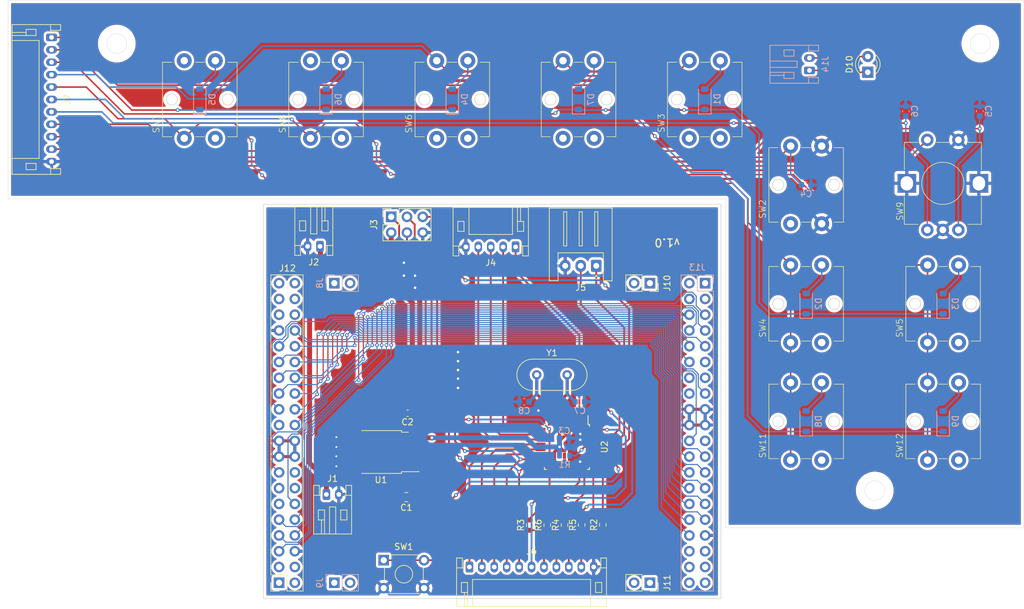
<source format=kicad_pcb>
(kicad_pcb (version 20221018) (generator pcbnew)
  (layers (0 "F.Cu" signal) (31 "B.Cu" signal) (34 "B.Paste" user) (35 "F.Paste" user) (36 "B.SilkS" user "B.Silkscreen") (37 "F.SilkS" user "F.Silkscreen") (38 "B.Mask" user) (39 "F.Mask" user) (44 "Edge.Cuts" user))
  (net 0 "")
  (net 1 "+9V")
  (net 2 "GND")
  (net 3 "+5V")
  (net 4 "Net-(J7-Pin_8)")
  (net 5 "GND1")
  (net 6 "Net-(J7-Pin_7)")
  (net 7 "Net-(D1-K)")
  (net 8 "Net-(D1-A)")
  (net 9 "Net-(D2-A)")
  (net 10 "Net-(D3-A)")
  (net 11 "Net-(D4-K)")
  (net 12 "Net-(D4-A)")
  (net 13 "Net-(D5-A)")
  (net 14 "Net-(D6-A)")
  (net 15 "Net-(D7-K)")
  (net 16 "Net-(D7-A)")
  (net 17 "Net-(D8-A)")
  (net 18 "Net-(D9-A)")
  (net 19 "Net-(D10-K)")
  (net 20 "Net-(D10-A)")
  (net 21 "Net-(J3-MISO)")
  (net 22 "Net-(J3-SCK)")
  (net 23 "Net-(J3-MOSI)")
  (net 24 "Net-(J3-~{RST})")
  (net 25 "Net-(J4-Pin_1)")
  (net 26 "Net-(J4-Pin_2)")
  (net 27 "Net-(J4-Pin_3)")
  (net 28 "Net-(J4-Pin_4)")
  (net 29 "Net-(J5-Pin_1)")
  (net 30 "Net-(J5-Pin_2)")
  (net 31 "Net-(J6-Pin_1)")
  (net 32 "Net-(J6-Pin_2)")
  (net 33 "Net-(J6-Pin_3)")
  (net 34 "Net-(U2-XTAL1{slash}PB6)")
  (net 35 "Net-(J6-Pin_7)")
  (net 36 "Net-(J6-Pin_8)")
  (net 37 "Net-(J6-Pin_9)")
  (net 38 "Net-(J6-Pin_10)")
  (net 39 "Net-(J7-Pin_4)")
  (net 40 "Net-(J7-Pin_5)")
  (net 41 "Net-(J7-Pin_6)")
  (net 42 "Net-(J7-Pin_9)")
  (net 43 "Net-(J7-Pin_10)")
  (net 87 "Net-(U2-XTAL2{slash}PB7)")
  (net 101 "Net-(J12-Pin_5)")
  (net 102 "Net-(J12-Pin_7)")
  (net 103 "Net-(J12-Pin_8)")
  (net 104 "Net-(J12-Pin_9)")
  (net 105 "Net-(J12-Pin_10)")
  (net 106 "Net-(J12-Pin_12)")
  (net 107 "Net-(J12-Pin_15)")
  (net 108 "Net-(J12-Pin_22)")
  (net 109 "Net-(J12-Pin_23)")
  (net 110 "Net-(J12-Pin_24)")
  (net 111 "Net-(J12-Pin_25)")
  (net 112 "Net-(J12-Pin_26)")
  (net 113 "Net-(J12-Pin_27)")
  (net 114 "Net-(J12-Pin_28)")
  (net 115 "Net-(J12-Pin_29)")
  (net 116 "Net-(J12-Pin_30)")
  (net 117 "Net-(J12-Pin_31)")
  (net 118 "Net-(J12-Pin_32)")
  (net 119 "Net-(J12-Pin_34)")
  (net 120 "Net-(U2-PC0)")
  (net 121 "Net-(U2-PD3)")
  (net 122 "Net-(U2-PD2)")
  (net 123 "Net-(U2-PC3)")
  (net 124 "Net-(U2-PC1)")
  (net 125 "Net-(U2-PC4)")
  (footprint "Resistor_SMD:R_0603_1608Metric" (layer "F.Cu") (at 162.33 137.24 90)
    (fp_text reference "R5")
    (fp_text value "0")
  )
  (footprint "LED_THT:LED_D3.0mm" (layer "F.Cu") (at 208.38 64.315 90)
    (fp_text reference "D10")
    (fp_text value "LED")
  )
  (footprint "marutsu_eol:KC-901TC-Y" (layer "F.Cu") (at 179.64 74.95 90)
    (fp_text reference "SW3")
    (fp_text value "KC-901TC-Y")
    (fp_circle (center 6.25 -2) (end 7.15 -2) (stroke (width 0.1)) (fill none) (layer "Edge.Cuts"))
    (fp_circle (center 6.25 7) (end 7.15 7) (stroke (width 0.1)) (fill none) (layer "Edge.Cuts"))
  )
  (footprint "marutsu_eol:KC-901TC-R" (layer "F.Cu") (at 195.96 88.71 90)
    (fp_text reference "SW2")
    (fp_text value "KC-901TC-R")
    (fp_circle (center 6.25 -2) (end 7.15 -2) (stroke (width 0.1)) (fill none) (layer "Edge.Cuts"))
    (fp_circle (center 6.25 7) (end 7.15 7) (stroke (width 0.1)) (fill none) (layer "Edge.Cuts"))
  )
  (footprint "marutsu_eol:KC-901TC-Y" (layer "F.Cu") (at 139 74.95 90)
    (fp_text reference "SW6")
    (fp_text value "KC-901TC-Y")
    (fp_circle (center 6.25 -2) (end 7.15 -2) (stroke (width 0.1)) (fill none) (layer "Edge.Cuts"))
    (fp_circle (center 6.25 7) (end 7.15 7) (stroke (width 0.1)) (fill none) (layer "Edge.Cuts"))
  )
  (footprint "marutsu_eol:KC-901TC-BU" (layer "F.Cu") (at 195.96 126.81 90)
    (fp_text reference "SW11")
    (fp_text value "KC-901TC-BU")
    (fp_circle (center 6.25 -2) (end 7.15 -2) (stroke (width 0.1)) (fill none) (layer "Edge.Cuts"))
    (fp_circle (center 6.25 7) (end 7.15 7) (stroke (width 0.1)) (fill none) (layer "Edge.Cuts"))
  )
  (footprint "Resistor_SMD:R_0603_1608Metric" (layer "F.Cu") (at 153.97 137.265 90)
    (fp_text reference "R3")
    (fp_text value "0")
  )
  (footprint "Connector_JST:JST_PH_S11B-PH-K_1x11_P2.00mm_Horizontal" (layer "F.Cu") (at 77 58.7 -90)
    (fp_text reference "J7")
    (fp_text value "PH-1x11pin_Horizontal")
  )
  (footprint "Connector_PinSocket_2.54mm:PinSocket_1x02_P2.54mm_Vertical" (layer "F.Cu") (at 173.31 98.29 -90)
    (fp_text reference "J10")
    (fp_text value "Conn_01x02" hide)
  )
  (footprint "marutsu_eol:KC-901TC-Y" (layer "F.Cu") (at 98.36 74.95 90)
    (fp_text reference "SW7")
    (fp_text value "KC-901TC-Y")
    (fp_circle (center 6.25 -2) (end 7.15 -2) (stroke (width 0.1)) (fill none) (layer "Edge.Cuts"))
    (fp_circle (center 6.25 7) (end 7.15 7) (stroke (width 0.1)) (fill none) (layer "Edge.Cuts"))
  )
  (footprint "Connector_JST:JST_PH_S11B-PH-K_1x11_P2.00mm_Horizontal" (layer "F.Cu") (at 144.26 144.01)
    (fp_text reference "J6")
    (fp_text value "PH-1x11pin_Horizontal" hide)
  )
  (footprint "Connector_JST:JST_PH_S5B-PH-K_1x05_P2.00mm_Horizontal" (layer "F.Cu") (at 151.688 92.448 180)
    (fp_text reference "J4")
    (fp_text value "PH-1x5pin_Horizontal" hide)
  )
  (footprint "Resistor_SMD:R_0603_1608Metric" (layer "F.Cu") (at 165.73 137.22 90)
    (fp_text reference "R2")
    (fp_text value "100")
  )
  (footprint "Capacitor_SMD:C_0603_1608Metric" (layer "F.Cu") (at 134.295 119.235 180)
    (fp_text reference "C2")
    (fp_text value "2.2uF")
  )
  (footprint "marutsu_eol:KC-901TC-Y" (layer "F.Cu") (at 159.32 74.95 90)
    (fp_text reference "SW10" hide)
    (fp_text value "KC-901TC-Y")
    (fp_circle (center 6.25 -2) (end 7.15 -2) (stroke (width 0.1)) (fill none) (layer "Edge.Cuts"))
    (fp_circle (center 6.25 7) (end 7.15 7) (stroke (width 0.1)) (fill none) (layer "Edge.Cuts"))
  )
  (footprint "Resistor_SMD:R_0603_1608Metric" (layer "F.Cu") (at 159.57 137.245 90)
    (fp_text reference "R4")
    (fp_text value "0")
  )
  (footprint "Package_QFP:TQFP-32_7x7mm_P0.8mm" (layer "F.Cu") (at 159.955 124.67 -90)
    (fp_text reference "U2")
    (fp_text value "ATmega328P-A")
  )
  (footprint "Crystal:Crystal_HC18-U_Vertical" (layer "F.Cu") (at 155.095 113.05)
    (fp_text reference "Y1")
    (fp_text value "16MHz")
  )
  (footprint "marutsu_eol:KC-901TC-BU" (layer "F.Cu") (at 218 126.81 90)
    (fp_text reference "SW12")
    (fp_text value "KC-901TC-BU")
    (fp_circle (center 6.25 -2) (end 7.15 -2) (stroke (width 0.1)) (fill none) (layer "Edge.Cuts"))
    (fp_circle (center 6.25 7) (end 7.15 7) (stroke (width 0.1)) (fill none) (layer "Edge.Cuts"))
  )
  (footprint "marutsu_eol:KC-901TC-Y" (layer "F.Cu") (at 118.68 74.95 90)
    (fp_text reference "SW8")
    (fp_text value "KC-901TC-Y")
    (fp_circle (center 6.25 -2) (end 7.15 -2) (stroke (width 0.1)) (fill none) (layer "Edge.Cuts"))
    (fp_circle (center 6.25 7) (end 7.15 7) (stroke (width 0.1)) (fill none) (layer "Edge.Cuts"))
  )
  (footprint "Connector_JST:JST_XH_S3B-XH-A_1x03_P2.50mm_Horizontal" (layer "F.Cu") (at 164.674 95.496 180)
    (fp_text reference "J5")
    (fp_text value "XH-1x3pin_Horizontal" hide)
  )
  (footprint "Button_Switch_THT:SW_TH_Tactile_Omron_B3F-10xx" (layer "F.Cu") (at 130.46 142.92)
    (fp_text reference "SW1")
    (fp_text value "SW_MEC_5E" hide)
  )
  (footprint "akizuki_rotary_encoder:EC12-020" (layer "F.Cu") (at 217.96 89.71 90)
    (fp_text reference "SW9")
    (fp_text value "EC12PLxVF")
  )
  (footprint "Connector_JST:JST_PH_S2B-PH-K_1x02_P2.00mm_Horizontal" (layer "F.Cu") (at 120.208 92.358 180)
    (fp_text reference "J2")
    (fp_text value "Conn_01x02" hide)
  )
  (footprint "Package_TO_SOT_SMD:TO-252-2" (layer "F.Cu") (at 130.025 125.485 180)
    (fp_text reference "U1")
    (fp_text value "NJM2845DL1-05")
  )
  (footprint "Connector_PinSocket_2.54mm:PinSocket_1x02_P2.54mm_Vertical" (layer "F.Cu") (at 173.31 146.55 -90)
    (fp_text reference "J11")
    (fp_text value "Conn_01x02" hide)
  )
  (footprint "Resistor_SMD:R_0603_1608Metric" (layer "F.Cu") (at 156.78 137.265 90)
    (fp_text reference "R6")
    (fp_text value "0")
  )
  (footprint "marutsu_eol:KC-901TC-G" (layer "F.Cu") (at 218 107.86 90)
    (fp_text reference "SW5")
    (fp_text value "KC-901TC-G")
    (fp_circle (center 6.25 -2) (end 7.15 -2) (stroke (width 0.1)) (fill none) (layer "Edge.Cuts"))
    (fp_circle (center 6.25 7) (end 7.15 7) (stroke (width 0.1)) (fill none) (layer "Edge.Cuts"))
  )
  (footprint "Connector_PinSocket_2.54mm:PinSocket_2x03_P2.54mm_Vertical" (layer "F.Cu") (at 131.669 87.602 90)
    (fp_text reference "J3")
    (fp_text value "AVR-ISP-6" hide)
  )
  (footprint "Connector_PinSocket_2.54mm:PinSocket_2x20_P2.54mm_Vertical" (layer "F.Cu") (at 113.62 146.55 180)
    (fp_text reference "J12")
    (fp_text value "Conn_02x20_Odd_Even" hide)
  )
  (footprint "Connector_JST:JST_PH_S2B-PH-K_1x02_P2.00mm_Horizontal" (layer "F.Cu") (at 121.24 132.326)
    (fp_text reference "J1")
    (fp_text value "Conn_01x02" hide)
  )
  (footprint "Capacitor_SMD:C_0805_2012Metric" (layer "F.Cu") (at 134.11 132.76 180)
    (fp_text reference "C1")
    (fp_text value "0.33uF")
  )
  (footprint "marutsu_eol:KC-901TC-G" (layer "F.Cu") (at 195.96 107.86 90)
    (fp_text reference "SW4")
    (fp_text value "KC-901TC-G")
    (fp_circle (center 6.25 -2) (end 7.15 -2) (stroke (width 0.1)) (fill none) (layer "Edge.Cuts"))
    (fp_circle (center 6.25 7) (end 7.15 7) (stroke (width 0.1)) (fill none) (layer "Edge.Cuts"))
  )
  (footprint "Diode_SMD:D_SOD-123" (layer "B.Cu") (at 141.5 68.6775 90)
    (fp_text reference "D4")
    (fp_text value "1N4148")
  )
  (footprint "Capacitor_SMD:C_0603_1608Metric" (layer "B.Cu") (at 198.46 82.46)
    (fp_text reference "C4")
    (fp_text value "0.1uF")
  )
  (footprint "Diode_SMD:D_SOD-123" (layer "B.Cu") (at 121.18 68.6775 90)
    (fp_text reference "D6")
    (fp_text value "1N4148")
  )
  (footprint "Connector_PinHeader_2.54mm:PinHeader_2x20_P2.54mm_Vertical" (layer "B.Cu") (at 182.2 98.29 180)
    (fp_text reference "J13")
    (fp_text value "Conn_02x20_Odd_Even" hide)
  )
  (footprint "Capacitor_SMD:C_0603_1608Metric" (layer "B.Cu") (at 159.53 123.25)
    (fp_text reference "C3")
    (fp_text value "0.1uF")
  )
  (footprint "Connector_JST:JST_PH_S2B-PH-K_1x02_P2.00mm_Horizontal" (layer "B.Cu") (at 198.99 64.02 90)
    (fp_text reference "J14")
    (fp_text value "Conn_01x02" hide)
  )
  (footprint "Resistor_SMD:R_0603_1608Metric" (layer "B.Cu") (at 159.58 126.07)
    (fp_text reference "R1")
    (fp_text value "10k" hide)
  )
  (footprint "Diode_SMD:D_SOD-123" (layer "B.Cu") (at 220.5 101.5875 90)
    (fp_text reference "D3")
    (fp_text value "1N4148")
  )
  (footprint "Capacitor_SMD:C_0603_1608Metric" (layer "B.Cu") (at 162.025 117.4)
    (fp_text reference "C7")
    (fp_text value "22pF")
  )
  (footprint "Connector_PinHeader_2.54mm:PinHeader_1x02_P2.54mm_Vertical" (layer "B.Cu") (at 122.51 98.29 -90)
    (fp_text reference "J8")
    (fp_text value "Conn_01x02" hide)
  )
  (footprint "Diode_SMD:D_SOD-123" (layer "B.Cu") (at 100.86 68.6775 90)
    (fp_text reference "D5")
    (fp_text value "1N4148")
  )
  (footprint "Capacitor_SMD:C_0603_1608Metric" (layer "B.Cu") (at 153.075 117.41 180)
    (fp_text reference "C8")
    (fp_text value "22pF")
  )
  (footprint "Capacitor_SMD:C_0603_1608Metric" (layer "B.Cu") (at 226.41 70.58 90)
    (fp_text reference "C5")
    (fp_text value "0.1uF")
  )
  (footprint "Connector_PinHeader_2.54mm:PinHeader_1x02_P2.54mm_Vertical" (layer "B.Cu") (at 122.51 146.55 -90)
    (fp_text reference "J9")
    (fp_text value "Conn_01x02" hide)
  )
  (footprint "Diode_SMD:D_SOD-123" (layer "B.Cu") (at 182.14 68.6775 90)
    (fp_text reference "D1")
    (fp_text value "1N4148")
  )
  (footprint "Diode_SMD:D_SOD-123" (layer "B.Cu") (at 220.5 120.5375 90)
    (fp_text reference "D9")
    (fp_text value "1N4148")
  )
  (footprint "Diode_SMD:D_SOD-123" (layer "B.Cu") (at 198.46 101.5875 90)
    (fp_text reference "D2")
    (fp_text value "1N4148")
  )
  (footprint "Diode_SMD:D_SOD-123" (layer "B.Cu") (at 198.46 120.5375 90)
    (fp_text reference "D8")
    (fp_text value "1N4148")
  )
  (footprint "Diode_SMD:D_SOD-123" (layer "B.Cu") (at 161.82 68.6775 90)
    (fp_text reference "D7")
    (fp_text value "1N4148")
  )
  (footprint "Capacitor_SMD:C_0603_1608Metric" (layer "B.Cu") (at 214.5 70.58 90)
    (fp_text reference "C6")
    (fp_text value "0.1uF")
  )
  (gr_line (start 185.5 84.7) (end 185.5 137.7) (stroke (width 0.05)) (layer "Edge.Cuts"))
  (gr_line (start 233.5 52.7) (end 233.5 137.7) (stroke (width 0.05)) (layer "Edge.Cuts"))
  (gr_line (start 70 84.7) (end 185.5 84.7) (stroke (width 0.05)) (layer "Edge.Cuts"))
  (gr_circle (center 87.5 59.7) (end 89.1 59.7) (stroke (width 0.05)) (fill none) (layer "Edge.Cuts"))
  (gr_line (start 233.5 137.7) (end 185.5 137.7) (stroke (width 0.05)) (layer "Edge.Cuts"))
  (gr_rect (start 111.08 85.59) (end 184.74 149.09) (stroke (width 0.1)) (fill none) (layer "Edge.Cuts"))
  (gr_circle (center 226.5 59.7) (end 228.1 59.7) (stroke (width 0.05)) (fill none) (layer "Edge.Cuts"))
  (gr_line (start 233.5 52.7) (end 70 52.7) (stroke (width 0.05)) (layer "Edge.Cuts"))
  (gr_line (start 70 84.7) (end 70 52.7) (stroke (width 0.05)) (layer "Edge.Cuts"))
  (gr_circle (center 209.5 131.7) (end 211.1 131.7) (stroke (width 0.05)) (fill none) (layer "Edge.Cuts"))
  (gr_text "v1.0" (at 178.27 90.99 180) (layer "F.SilkS") (effects (font (size 1.3 1.3) (thickness 0.2)) (justify left bottom)))
  (segment (start 120.28 92.43) (end 120.28 100.31) (width 0.8) (layer "F.Cu") (net 1))
  (segment (start 120.208 92.358) (end 120.28 92.43) (width 0.8) (layer "F.Cu") (net 1))
  (segment (start 118.53 102.06) (end 118.53 127.26) (width 0.8) (layer "F.Cu") (net 1))
  (segment (start 121.24 129.97) (end 135.06 129.97) (width 0.8) (layer "F.Cu") (net 1))
  (segment (start 121.24 129.97) (end 121.24 132.326) (width 0.8) (layer "F.Cu") (net 1))
  (segment (start 135.06 132.76) (end 135.06 129.97) (width 0.8) (layer "F.Cu") (net 1))
  (segment (start 135.06 127.77) (end 135.065 127.765) (width 0.8) (layer "F.Cu") (net 1))
  (segment (start 118.53 127.26) (end 121.24 129.97) (width 0.8) (layer "F.Cu") (net 1))
  (segment (start 135.06 129.97) (end 135.06 127.77) (width 0.8) (layer "F.Cu") (net 1))
  (segment (start 120.28 100.31) (end 118.53 102.06) (width 0.8) (layer "F.Cu") (net 1))
  (segment (start 160.84 123.8) (end 161.82 123.8) (width 0.5) (layer "F.Cu") (net 2))
  (segment (start 160.355 127.47) (end 160.355 124.285) (width 0.5) (layer "F.Cu") (net 2))
  (segment (start 161.155 118.925) (end 160.63 118.4) (width 0.5) (layer "F.Cu") (net 2))
  (segment (start 161.155 122.575) (end 162.1 123.52) (width 0.5) (layer "F.Cu") (net 2))
  (segment (start 159.555 118.515) (end 159.67 118.4) (width 0.5) (layer "F.Cu") (net 2))
  (segment (start 161.155 120.42) (end 161.155 121.635) (width 0.5) (layer "F.Cu") (net 2))
  (segment (start 162.08 122.56) (end 162.08 121.86) (width 0.5) (layer "F.Cu") (net 2))
  (segment (start 160.355 124.285) (end 160.84 123.8) (width 0.5) (layer "F.Cu") (net 2))
  (segment (start 159.555 120.42) (end 159.555 118.515) (width 0.5) (layer "F.Cu") (net 2))
  (segment (start 161.66 127.47) (end 162.08 127.05) (width 0.5) (layer "F.Cu") (net 2))
  (segment (start 160.355 127.47) (end 161.66 127.47) (width 0.5) (layer "F.Cu") (net 2))
  (segment (start 160.355 128.92) (end 160.355 127.47) (width 0.5) (layer "F.Cu") (net 2))
  (segment (start 161.155 120.42) (end 161.155 122.575) (width 0.5) (layer "F.Cu") (net 2))
  (segment (start 161.82 123.8) (end 162.1 123.52) (width 0.5) (layer "F.Cu") (net 2))
  (segment (start 161.155 120.42) (end 161.155 118.925) (width 0.5) (layer "F.Cu") (net 2))
  (segment (start 160.63 118.4) (end 159.67 118.4) (width 0.5) (layer "F.Cu") (net 2))
  (segment (start 162.08 121.86) (end 161.38 121.86) (width 0.5) (layer "F.Cu") (net 2))
  (segment (start 162.1 122.58) (end 162.08 122.56) (width 0.5) (layer "F.Cu") (net 2))
  (segment (start 161.38 121.86) (end 161.155 121.635) (width 0.5) (layer "F.Cu") (net 2))
  (via (at 135.51 99.03) (size 0.7) (drill 0.4) (layers "F.Cu" "B.Cu") (net 2))
  (via (at 122.84 127.79) (size 0.6) (drill 0.3) (layers "F.Cu" "B.Cu") (net 2))
  (via (at 162.1 123.52) (size 0.7) (drill 0.4) (layers "F.Cu" "B.Cu") (net 2))
  (via (at 142.42 115.17) (size 0.7) (drill 0.4) (layers "F.Cu" "B.Cu") (net 2))
  (via (at 142.42 112.29) (size 0.7) (drill 0.4) (layers "F.Cu" "B.Cu") (net 2))
  (via (at 122.84 123.09) (size 0.6) (drill 0.3) (layers "F.Cu" "B.Cu") (net 2))
  (via (at 133.71 97.08) (size 0.7) (drill 0.4) (layers "F.Cu" "B.Cu") (net 2))
  (via (at 122.84 126.19) (size 0.6) (drill 0.3) (layers "F.Cu" "B.Cu") (net 2))
  (via (at 122.84 124.69) (size 0.6) (drill 0.3) (layers "F.Cu" "B.Cu") (net 2))
  (via (at 155.37 118.81) (size 0.7) (drill 0.4) (layers "F.Cu" "B.Cu") (net 2))
  (via (at 142.42 113.66) (size 0.7) (drill 0.4) (layers "F.Cu" "B.Cu") (net 2))
  (via (at 135.51 97.08) (size 0.7) (drill 0.4) (layers "F.Cu" "B.Cu") (net 2))
  (via (at 142.42 109.39) (size 0.7) (drill 0.4) (layers "F.Cu" "B.Cu") (net 2))
  (via (at 133.71 95) (size 0.7) (drill 0.4) (layers "F.Cu" "B.Cu") (net 2))
  (via (at 162.08 127.05) (size 0.7) (drill 0.4) (layers "F.Cu" "B.Cu") (net 2))
  (via (at 162.1 122.58) (size 0.7) (drill 0.4) (layers "F.Cu" "B.Cu") (net 2))
  (via (at 142.42 110.86) (size 0.7) (drill 0.4) (layers "F.Cu" "B.Cu") (net 2))
  (segment (start 162.1 123.52) (end 162.1 122.58) (width 0.5) (layer "B.Cu") (net 2))
  (segment (start 160.305 123.25) (end 161.43 123.25) (width 0.5) (layer "B.Cu") (net 2))
  (segment (start 161.43 123.25) (end 162.1 122.58) (width 0.5) (layer "B.Cu") (net 2))
  (segment (start 135.07 119.235) (end 135.07 123.2) (width 0.8) (layer "F.Cu") (net 3))
  (segment (start 135.07 101.43) (end 131.669 98.029) (width 0.8) (layer "F.Cu") (net 3))
  (segment (start 158.755 124.67) (end 158.755 123.705) (width 0.5) (layer "F.Cu") (net 3))
  (segment (start 158.755 120.42) (end 158.755 124.67) (width 0.5) (layer "F.Cu") (net 3))
  (segment (start 159.555 128.92) (end 159.555 125.47) (width 0.5) (layer "F.Cu") (net 3))
  (segment (start 157.955 125.47) (end 158.755 124.67) (width 0.5) (layer "F.Cu") (net 3))
  (segment (start 157.955 128.92) (end 157.955 125.47) (width 0.5) (layer "F.Cu") (net 3))
  (segment (start 159.555 125.47) (end 158.755 124.67) (width 0.5) (layer "F.Cu") (net 3))
  (segment (start 138.215 123.205) (end 138.22 123.2) (width 0.8) (layer "F.Cu") (net 3))
  (segment (start 131.669 98.029) (end 131.669 90.142) (width 0.8) (layer "F.Cu") (net 3))
  (segment (start 160.355 122.105) (end 160.355 120.42) (width 0.5) (layer "F.Cu") (net 3))
  (segment (start 158.755 123.705) (end 160.355 122.105) (width 0.5) (layer "F.Cu") (net 3))
  (segment (start 135.07 123.2) (end 135.065 123.205) (width 0.8) (layer "F.Cu") (net 3))
  (segment (start 135.07 119.235) (end 135.07 101.43) (width 0.8) (layer "F.Cu") (net 3))
  (segment (start 135.065 123.205) (end 138.215 123.205) (width 0.8) (layer "F.Cu") (net 3))
  (via (at 138.22 123.2) (size 0.7) (drill 0.4) (layers "F.Cu" "B.Cu") (net 3))
  (via (at 158.755 124.67) (size 0.7) (drill 0.4) (layers "F.Cu" "B.Cu") (net 3))
  (segment (start 158.755 124.67) (end 154.9 124.67) (width 0.8) (layer "B.Cu") (net 3))
  (segment (start 154.9 124.67) (end 153.43 123.2) (width 0.8) (layer "B.Cu") (net 3))
  (segment (start 158.755 123.43) (end 158.755 125.72) (width 0.8) (layer "B.Cu") (net 3))
  (segment (start 153.43 123.2) (end 138.22 123.2) (width 0.8) (layer "B.Cu") (net 3))
  (segment (start 92.6 72.7) (end 96.9 77) (width 0.25) (layer "F.Cu") (net 4))
  (segment (start 96.9 77) (end 190.1 77) (width 0.25) (layer "F.Cu") (net 4))
  (segment (start 77 72.7) (end 92.6 72.7) (width 0.25) (layer "F.Cu") (net 4))
  (segment (start 190.1 77) (end 193.7 73.4) (width 0.25) (layer "F.Cu") (net 4))
  (segment (start 193.7 73.4) (end 226.4 73.4) (width 0.25) (layer "F.Cu") (net 4))
  (via (at 226.4 73.4) (size 0.6) (drill 0.3) (layers "F.Cu" "B.Cu") (net 4))
  (segment (start 226.41 71.355) (end 226.41 75.7) (width 0.25) (layer "B.Cu") (net 4))
  (segment (start 222.96 79.15) (end 222.96 89.71) (width 0.25) (layer "B.Cu") (net 4))
  (segment (start 226.41 75.7) (end 222.96 79.15) (width 0.25) (layer "B.Cu") (net 4))
  (segment (start 186.8 72.5) (end 214.5 72.5) (width 0.25) (layer "F.Cu") (net 6))
  (via (at 214.5 72.5) (size 0.6) (drill 0.3) (layers "F.Cu" "B.Cu") (net 6))
  (via (at 186.8 72.5) (size 0.6) (drill 0.3) (layers "F.Cu" "B.Cu") (net 6))
  (segment (start 77 70.7) (end 85.1 70.7) (width 0.25) (layer "B.Cu") (net 6))
  (segment (start 214.5 72.5) (end 214.5 75.7) (width 0.2) (layer "B.Cu") (net 6))
  (segment (start 86.9 72.5) (end 186.8 72.5) (width 0.25) (layer "B.Cu") (net 6))
  (segment (start 214.5 71.355) (end 214.5 72.5) (width 0.2) (layer "B.Cu") (net 6))
  (segment (start 214.5 75.7) (end 217.96 79.16) (width 0.2) (layer "B.Cu") (net 6))
  (segment (start 217.96 79.16) (end 217.96 89.71) (width 0.2) (layer "B.Cu") (net 6))
  (segment (start 85.1 70.7) (end 86.9 72.5) (width 0.25) (layer "B.Cu") (net 6))
  (segment (start 79.9 58.7) (end 87.6 66.4) (width 0.25) (layer "F.Cu") (net 7))
  (segment (start 77 58.7) (end 79.9 58.7) (width 0.25) (layer "F.Cu") (net 7))
  (segment (start 175.5 70.4) (end 178.8 70.4) (width 0.25) (layer "F.Cu") (net 7))
  (segment (start 87.6 66.4) (end 171.5 66.4) (width 0.25) (layer "F.Cu") (net 7))
  (segment (start 171.5 66.4) (end 175.5 70.4) (width 0.25) (layer "F.Cu") (net 7))
  (via (at 178.8 70.4) (size 0.6) (drill 0.3) (layers "F.Cu" "B.Cu") (net 7))
  (segment (start 192.7075 103.2375) (end 198.46 103.2375) (width 0.25) (layer "B.Cu") (net 7))
  (segment (start 182.0675 70.4) (end 178.8 70.4) (width 0.25) (layer "B.Cu") (net 7))
  (segment (start 186.9675 70.3275) (end 190.88 74.24) (width 0.25) (layer "B.Cu") (net 7))
  (segment (start 190.88 101.41) (end 192.7075 103.2375) (width 0.25) (layer "B.Cu") (net 7))
  (segment (start 182.14 70.3275) (end 186.9675 70.3275) (width 0.25) (layer "B.Cu") (net 7))
  (segment (start 190.88 74.24) (end 190.88 101.41) (width 0.25) (layer "B.Cu") (net 7))
  (segment (start 182.14 70.3275) (end 182.0675 70.4) (width 0.25) (layer "B.Cu") (net 7))
  (segment (start 198.46 103.2375) (end 220.5 103.2375) (width 0.25) (layer "B.Cu") (net 7))
  (segment (start 184.64 64.5275) (end 184.64 62.45) (width 0.25) (layer "B.Cu") (net 8))
  (segment (start 182.14 67.0275) (end 184.64 64.5275) (width 0.25) (layer "B.Cu") (net 8))
  (segment (start 198.46 99.9375) (end 200.96 97.4375) (width 0.25) (layer "B.Cu") (net 9))
  (segment (start 200.96 97.4375) (end 200.96 95.36) (width 0.25) (layer "B.Cu") (net 9))
  (segment (start 220.5 99.9375) (end 223 97.4375) (width 0.25) (layer "B.Cu") (net 10))
  (segment (start 223 97.4375) (end 223 95.36) (width 0.25) (layer "B.Cu") (net 10))
  (segment (start 77 60.7) (end 80.2 60.7) (width 0.25) (layer "F.Cu") (net 11))
  (segment (start 89.9 70.4) (end 97.3 70.4) (width 0.25) (layer "F.Cu") (net 11))
  (segment (start 80.2 60.7) (end 89.9 70.4) (width 0.25) (layer "F.Cu") (net 11))
  (via (at 97.3 70.4) (size 0.6) (drill 0.3) (layers "F.Cu" "B.Cu") (net 11))
  (segment (start 100.86 70.3275) (end 100.7875 70.4) (width 0.25) (layer "B.Cu") (net 11))
  (segment (start 121.18 70.3275) (end 141.5 70.3275) (width 0.25) (layer "B.Cu") (net 11))
  (segment (start 100.86 70.3275) (end 121.18 70.3275) (width 0.25) (layer "B.Cu") (net 11))
  (segment (start 100.7875 70.4) (end 97.3 70.4) (width 0.25) (layer "B.Cu") (net 11))
  (segment (start 141.5 67.0275) (end 144 64.5275) (width 0.25) (layer "B.Cu") (net 12))
  (segment (start 144 64.5275) (end 144 62.45) (width 0.25) (layer "B.Cu") (net 12))
  (segment (start 103.36 64.5275) (end 103.36 62.45) (width 0.25) (layer "B.Cu") (net 13))
  (segment (start 100.86 67.0275) (end 103.36 64.5275) (width 0.25) (layer "B.Cu") (net 13))
  (segment (start 121.18 67.0275) (end 123.68 64.5275) (width 0.25) (layer "B.Cu") (net 14))
  (segment (start 123.68 64.5275) (end 123.68 62.45) (width 0.25) (layer "B.Cu") (net 14))
  (segment (start 88.725 71.025) (end 157.975 71.025) (width 0.25) (layer "F.Cu") (net 15))
  (segment (start 174.1 74.6) (end 169.9 70.4) (width 0.25) (layer "F.Cu") (net 15))
  (segment (start 157.975 71.025) (end 158.1 70.9) (width 0.25) (layer "F.Cu") (net 15))
  (segment (start 169.9 70.4) (end 166.2 70.4) (width 0.25) (layer "F.Cu") (net 15))
  (segment (start 77 62.7) (end 80.4 62.7) (width 0.25) (layer "F.Cu") (net 15))
  (segment (start 80.4 62.7) (end 88.725 71.025) (width 0.25) (layer "F.Cu") (net 15))
  (via (at 166.2 70.4) (size 0.6) (drill 0.3) (layers "F.Cu" "B.Cu") (net 15))
  (via (at 158.1 70.9) (size 0.6) (drill 0.3) (layers "F.Cu" "B.Cu") (net 15))
  (via (at 174.1 74.6) (size 0.6) (drill 0.3) (layers "F.Cu" "B.Cu") (net 15))
  (segment (start 189.04 84.64) (end 184.9 80.5) (width 0.25) (layer "B.Cu") (net 15))
  (segment (start 184.9 80.5) (end 180 80.5) (width 0.25) (layer "B.Cu") (net 15))
  (segment (start 198.46 122.1875) (end 220.5 122.1875) (width 0.25) (layer "B.Cu") (net 15))
  (segment (start 161.8925 70.4) (end 166.2 70.4) (width 0.25) (layer "B.Cu") (net 15))
  (segment (start 161.82 70.3275) (end 161.8925 70.4) (width 0.25) (layer "B.Cu") (net 15))
  (segment (start 189.04 119.67) (end 189.04 84.64) (width 0.25) (layer "B.Cu") (net 15))
  (segment (start 180 80.5) (end 174.1 74.6) (width 0.25) (layer "B.Cu") (net 15))
  (segment (start 158.6725 70.3275) (end 158.1 70.9) (width 0.25) (layer "B.Cu") (net 15))
  (segment (start 198.46 122.1875) (end 191.5575 122.1875) (width 0.25) (layer "B.Cu") (net 15))
  (segment (start 161.82 70.3275) (end 158.6725 70.3275) (width 0.25) (layer "B.Cu") (net 15))
  (segment (start 191.5575 122.1875) (end 189.04 119.67) (width 0.25) (layer "B.Cu") (net 15))
  (segment (start 164.32 64.5275) (end 164.32 62.45) (width 0.25) (layer "B.Cu") (net 16))
  (segment (start 161.82 67.0275) (end 164.32 64.5275) (width 0.25) (layer "B.Cu") (net 16))
  (segment (start 198.46 118.8875) (end 200.96 116.3875) (width 0.25) (layer "B.Cu") (net 17))
  (segment (start 200.96 116.3875) (end 200.96 114.31) (width 0.25) (layer "B.Cu") (net 17))
  (segment (start 220.5 118.8875) (end 223 116.3875) (width 0.25) (layer "B.Cu") (net 18))
  (segment (start 223 116.3875) (end 223 114.31) (width 0.25) (layer "B.Cu") (net 18))
  (segment (start 204.185 64.315) (end 208.38 64.315) (width 0.25) (layer "F.Cu") (net 19))
  (segment (start 198.99 64.02) (end 203.89 64.02) (width 0.25) (layer "F.Cu") (net 19))
  (segment (start 203.89 64.02) (end 204.185 64.315) (width 0.25) (layer "F.Cu") (net 19))
  (segment (start 198.99 62.02) (end 203.9 62.02) (width 0.25) (layer "F.Cu") (net 20))
  (segment (start 203.9 62.02) (end 204.145 61.775) (width 0.25) (layer "F.Cu") (net 20))
  (segment (start 204.145 61.775) (end 208.38 61.775) (width 0.25) (layer "F.Cu") (net 20))
  (segment (start 152.26 144.01) (end 152.26 128.69) (width 0.3) (layer "F.Cu") (net 21))
  (segment (start 132.94 91.87) (end 132.94 88.873) (width 0.3) (layer "F.Cu") (net 21))
  (segment (start 132.94 88.873) (end 131.669 87.602) (width 0.3) (layer "F.Cu") (net 21))
  (segment (start 153.48 127.47) (end 155.705 127.47) (width 0.3) (layer "F.Cu") (net 21))
  (segment (start 137.22 116.45) (end 137.22 96.15) (width 0.3) (layer "F.Cu") (net 21))
  (segment (start 142.73 126.43) (end 140.96 124.66) (width 0.3) (layer "F.Cu") (net 21))
  (segment (start 140.96 120.19) (end 137.22 116.45) (width 0.3) (layer "F.Cu") (net 21))
  (segment (start 152.26 128.69) (end 153.48 127.47) (width 0.3) (layer "F.Cu") (net 21))
  (segment (start 137.22 96.15) (end 132.94 91.87) (width 0.3) (layer "F.Cu") (net 21))
  (segment (start 140.96 124.66) (end 140.96 120.19) (width 0.3) (layer "F.Cu") (net 21))
  (via (at 142.73 126.43) (size 0.6) (drill 0.3) (layers "F.Cu" "B.Cu") (net 21))
  (via (at 152.26 128.69) (size 0.6) (drill 0.3) (layers "F.Cu" "B.Cu") (net 21))
  (segment (start 151.34 127.77) (end 152.26 128.69) (width 0.3) (layer "B.Cu") (net 21))
  (segment (start 144.07 127.77) (end 151.34 127.77) (width 0.3) (layer "B.Cu") (net 21))
  (segment (start 142.73 126.43) (end 144.07 127.77) (width 0.3) (layer "B.Cu") (net 21))
  (segment (start 154.26 133.91) (end 157.155 131.015) (width 0.3) (layer "F.Cu") (net 22))
  (segment (start 139.06 115.84) (end 139.06 95.01) (width 0.3) (layer "F.Cu") (net 22))
  (segment (start 144.16 120.25) (end 143.47 120.25) (width 0.3) (layer "F.Cu") (net 22))
  (segment (start 135.45 91.4) (end 135.45 88.843) (width 0.3) (layer "F.Cu") (net 22))
  (segment (start 143.47 120.25) (end 139.06 115.84) (width 0.3) (layer "F.Cu") (net 22))
  (segment (start 139.06 95.01) (end 135.45 91.4) (width 0.3) (layer "F.Cu") (net 22))
  (segment (start 157.155 121.845) (end 157.1 121.79) (width 0.3) (layer "F.Cu") (net 22))
  (segment (start 157.155 128.92) (end 157.155 121.845) (width 0.3) (layer "F.Cu") (net 22))
  (segment (start 135.45 88.843) (end 134.209 87.602) (width 0.3) (layer "F.Cu") (net 22))
  (segment (start 157.155 131.015) (end 157.155 128.92) (width 0.3) (layer "F.Cu") (net 22))
  (via (at 157.1 121.79) (size 0.6) (drill 0.3) (layers "F.Cu" "B.Cu") (net 22))
  (via (at 154.26 133.91) (size 0.6) (drill 0.3) (layers "F.Cu" "B.Cu") (net 22))
  (via (at 144.16 120.25) (size 0.6) (drill 0.3) (layers "F.Cu" "B.Cu") (net 22))
  (segment (start 154.26 144.01) (end 154.26 133.91) (width 0.3) (layer "B.Cu") (net 22))
  (segment (start 144.16 120.25) (end 155.56 120.25) (width 0.3) (layer "B.Cu") (net 22))
  (segment (start 155.56 120.25) (end 157.1 121.79) (width 0.3) (layer "B.Cu") (net 22))
  (segment (start 141.95 120.07) (end 138.16 116.28) (width 0.3) (layer "F.Cu") (net 23))
  (segment (start 152.49 126.67) (end 150.26 128.9) (width 0.3) (layer "F.Cu") (net 23))
  (segment (start 143.53 125.34) (end 141.95 123.76) (width 0.3) (layer "F.Cu") (net 23))
  (segment (start 138.16 95.61) (end 134.209 91.659) (width 0.3) (layer "F.Cu") (net 23))
  (segment (start 150.26 128.9) (end 150.26 144.01) (width 0.3) (layer "F.Cu") (net 23))
  (segment (start 155.705 126.67) (end 152.49 126.67) (width 0.3) (layer "F.Cu") (net 23))
  (segment (start 141.95 123.76) (end 141.95 120.07) (width 0.3) (layer "F.Cu") (net 23))
  (segment (start 138.16 116.28) (end 138.16 95.61) (width 0.3) (layer "F.Cu") (net 23))
  (segment (start 134.209 91.659) (end 134.209 90.142) (width 0.3) (layer "F.Cu") (net 23))
  (via (at 143.53 125.34) (size 0.6) (drill 0.3) (layers "F.Cu" "B.Cu") (net 23))
  (via (at 152.49 126.67) (size 0.6) (drill 0.3) (layers "F.Cu" "B.Cu") (net 23))
  (segment (start 151.15 125.33) (end 152.49 126.67) (width 0.3) (layer "B.Cu") (net 23))
  (segment (start 143.54 125.33) (end 151.15 125.33) (width 0.3) (layer "B.Cu") (net 23))
  (segment (start 143.53 125.34) (end 143.54 125.33) (width 0.3) (layer "B.Cu") (net 23))
  (segment (start 163.17 124.27) (end 162.29 125.15) (width 0.3) (layer "F.Cu") (net 24))
  (segment (start 169.96 123.4) (end 169.09 124.27) (width 0.3) (layer "F.Cu") (net 24))
  (segment (start 141.44 95.63) (end 143.63 97.82) (width 0.3) (layer "F.Cu") (net 24))
  (segment (start 169.09 124.27) (end 164.205 124.27) (width 0.3) (layer "F.Cu") (net 24))
  (segment (start 164.205 124.27) (end 163.17 124.27) (width 0.3) (layer "F.Cu") (net 24))
  (segment (start 166.14 98.66) (end 169.96 102.48) (width 0.3) (layer "F.Cu") (net 24))
  (segment (start 169.96 102.48) (end 169.96 123.4) (width 0.3) (layer "F.Cu") (net 24))
  (segment (start 138.952 87.602) (end 141.44 90.09) (width 0.3) (layer "F.Cu") (net 24))
  (segment (start 141.44 90.09) (end 141.44 95.63) (width 0.3) (layer "F.Cu") (net 24))
  (segment (start 136.749 87.602) (end 138.952 87.602) (width 0.3) (layer "F.Cu") (net 24))
  (via (at 166.14 98.66) (size 0.6) (drill 0.3) (layers "F.Cu" "B.Cu") (net 24))
  (via (at 143.63 97.82) (size 0.6) (drill 0.3) (layers "F.Cu" "B.Cu") (net 24))
  (via (at 162.29 125.15) (size 0.6) (drill 0.3) (layers "F.Cu" "B.Cu") (net 24))
  (segment (start 161.37 126.07) (end 162.29 125.15) (width 0.3) (layer "B.Cu") (net 24))
  (segment (start 160.405 126.07) (end 161.37 126.07) (width 0.3) (layer "B.Cu") (net 24))
  (segment (start 165.3 97.82) (end 143.63 97.82) (width 0.3) (layer "B.Cu") (net 24))
  (segment (start 166.14 98.66) (end 165.3 97.82) (width 0.3) (layer "B.Cu") (net 24))
  (segment (start 161.955 106.645) (end 151.688 96.378) (width 0.3) (layer "F.Cu") (net 25))
  (segment (start 161.955 120.42) (end 161.955 106.645) (width 0.3) (layer "F.Cu") (net 25))
  (segment (start 151.688 96.378) (end 151.688 92.448) (width 0.3) (layer "F.Cu") (net 25))
  (segment (start 150.24 121.87) (end 149.688 121.318) (width 0.3) (layer "F.Cu") (net 26))
  (segment (start 155.705 121.87) (end 150.24 121.87) (width 0.3) (layer "F.Cu") (net 26))
  (segment (start 149.688 121.318) (end 149.688 92.448) (width 0.3) (layer "F.Cu") (net 26))
  (segment (start 149.18 122.67) (end 147.688 121.178) (width 0.3) (layer "F.Cu") (net 27))
  (segment (start 147.688 121.178) (end 147.688 92.448) (width 0.3) (layer "F.Cu") (net 27))
  (segment (start 155.705 122.67) (end 149.18 122.67) (width 0.3) (layer "F.Cu") (net 27))
  (segment (start 147.83 123.47) (end 145.688 121.328) (width 0.3) (layer "F.Cu") (net 28))
  (segment (start 155.705 123.47) (end 147.83 123.47) (width 0.3) (layer "F.Cu") (net 28))
  (segment (start 145.688 121.328) (end 145.688 92.448) (width 0.3) (layer "F.Cu") (net 28))
  (segment (start 168.31 123.47) (end 169.17 122.61) (width 0.3) (layer "F.Cu") (net 29))
  (segment (start 169.17 122.61) (end 169.17 105.46) (width 0.3) (layer "F.Cu") (net 29))
  (segment (start 164.205 123.47) (end 168.31 123.47) (width 0.3) (layer "F.Cu") (net 29))
  (segment (start 169.17 105.46) (end 164.674 100.964) (width 0.3) (layer "F.Cu") (net 29))
  (segment (start 164.674 100.964) (end 164.674 95.496) (width 0.3) (layer "F.Cu") (net 29))
  (segment (start 162.174 101.704) (end 162.174 95.496) (width 0.3) (layer "F.Cu") (net 30))
  (segment (start 168.41 107.94) (end 162.174 101.704) (width 0.3) (layer "F.Cu") (net 30))
  (segment (start 168.41 121.77) (end 168.41 107.94) (width 0.3) (layer "F.Cu") (net 30))
  (segment (start 164.205 122.67) (end 167.51 122.67) (width 0.3) (layer "F.Cu") (net 30))
  (segment (start 167.51 122.67) (end 168.41 121.77) (width 0.3) (layer "F.Cu") (net 30))
  (segment (start 155.705 124.27) (end 147.79 124.27) (width 0.3) (layer "F.Cu") (net 31))
  (segment (start 144.26 127.8) (end 144.26 144.01) (width 0.3) (layer "F.Cu") (net 31))
  (segment (start 147.79 124.27) (end 144.26 127.8) (width 0.3) (layer "F.Cu") (net 31))
  (segment (start 146.26 127.35) (end 146.26 144.01) (width 0.3) (layer "F.Cu") (net 32))
  (segment (start 155.705 125.07) (end 148.54 125.07) (width 0.3) (layer "F.Cu") (net 32))
  (segment (start 148.54 125.07) (end 146.26 127.35) (width 0.3) (layer "F.Cu") (net 32))
  (segment (start 148.26 127.86) (end 148.26 144.01) (width 0.3) (layer "F.Cu") (net 33))
  (segment (start 150.25 125.87) (end 148.26 127.86) (width 0.3) (layer "F.Cu") (net 33))
  (segment (start 155.705 125.87) (end 150.25 125.87) (width 0.3) (layer "F.Cu") (net 33))
  (segment (start 157.955 120.42) (end 157.955 118.205) (width 0.5) (layer "F.Cu") (net 34))
  (segment (start 159.995 116.165) (end 159.995 113.05) (width 0.5) (layer "F.Cu") (net 34))
  (segment (start 157.955 118.205) (end 159.995 116.165) (width 0.5) (layer "F.Cu") (net 34))
  (segment (start 161.25 117.4) (end 159.995 116.145) (width 0.5) (layer "B.Cu") (net 34))
  (segment (start 159.995 116.145) (end 159.995 113.05) (width 0.5) (layer "B.Cu") (net 34))
  (segment (start 156.26 141.17) (end 156.26 144.01) (width 0.3) (layer "F.Cu") (net 35))
  (segment (start 156.78 140.65) (end 156.26 141.17) (width 0.3) (layer "F.Cu") (net 35))
  (segment (start 156.78 138.09) (end 156.78 140.65) (width 0.3) (layer "F.Cu") (net 35))
  (segment (start 153.97 138.09) (end 156.78 138.09) (width 0.3) (layer "F.Cu") (net 35))
  (segment (start 159.57 139.99) (end 159.57 138.07) (width 0.3) (layer "F.Cu") (net 36))
  (segment (start 162.33 138.065) (end 159.575 138.065) (width 0.3) (layer "F.Cu") (net 36))
  (segment (start 158.26 144.01) (end 158.26 141.3) (width 0.3) (layer "F.Cu") (net 36))
  (segment (start 158.26 141.3) (end 159.57 139.99) (width 0.3) (layer "F.Cu") (net 36))
  (segment (start 159.575 138.065) (end 159.57 138.07) (width 0.3) (layer "F.Cu") (net 36))
  (segment (start 164.205 127.47) (end 164.205 138.475) (width 0.3) (layer "F.Cu") (net 37))
  (segment (start 160.26 142.42) (end 160.26 144.01) (width 0.3) (layer "F.Cu") (net 37))
  (segment (start 164.205 138.475) (end 160.26 142.42) (width 0.3) (layer "F.Cu") (net 37))
  (segment (start 162.26 144.01) (end 162.26 142.38) (width 0.3) (layer "F.Cu") (net 38))
  (segment (start 162.26 142.38) (end 165.73 138.91) (width 0.3) (layer "F.Cu") (net 38))
  (segment (start 165.73 138.91) (end 165.73 138.045) (width 0.3) (layer "F.Cu") (net 38))
  (segment (start 159.32 62.45) (end 161.77 64.9) (width 0.25) (layer "F.Cu") (net 39))
  (segment (start 141.45 64.9) (end 156.87 64.9) (width 0.25) (layer "F.Cu") (net 39))
  (segment (start 177.19 64.9) (end 179.64 62.45) (width 0.25) (layer "F.Cu") (net 39))
  (segment (start 156.87 64.9) (end 159.32 62.45) (width 0.25) (layer "F.Cu") (net 39))
  (segment (start 161.77 64.9) (end 177.19 64.9) (width 0.25) (layer "F.Cu") (net 39))
  (segment (start 139 62.45) (end 141.45 64.9) (width 0.25) (layer "F.Cu") (net 39))
  (segment (start 136.65 60.1) (end 139 62.45) (width 0.25) (layer "B.Cu") (net 39))
  (segment (start 84.2 64.7) (end 86.2 66.7) (width 0.25) (layer "B.Cu") (net 39))
  (segment (start 102.4 68.6) (end 110.9 60.1) (width 0.25) (layer "B.Cu") (net 39))
  (segment (start 110.9 60.1) (end 136.65 60.1) (width 0.25) (layer "B.Cu") (net 39))
  (segment (start 77 64.7) (end 84.2 64.7) (width 0.25) (layer "B.Cu") (net 39))
  (segment (start 99 68.6) (end 102.4 68.6) (width 0.25) (layer "B.Cu") (net 39))
  (segment (start 86.2 66.7) (end 97.1 66.7) (width 0.25) (layer "B.Cu") (net 39))
  (segment (start 97.1 66.7) (end 99 68.6) (width 0.25) (layer "B.Cu") (net 39))
  (segment (start 195.96 95.36) (end 189.1 88.5) (width 0.25) (layer "F.Cu") (net 40))
  (segment (start 109.2 75.3) (end 106.4 72.5) (width 0.25) (layer "F.Cu") (net 40))
  (segment (start 189.1 84.7) (end 186.6 82.2) (width 0.25) (layer "F.Cu") (net 40))
  (segment (start 106.4 72.5) (end 100.81 72.5) (width 0.25) (layer "F.Cu") (net 40))
  (segment (start 112.2 82.2) (end 110.9 80.9) (width 0.25) (layer "F.Cu") (net 40))
  (segment (start 100.81 72.5) (end 98.36 74.95) (width 0.25) (layer "F.Cu") (net 40))
  (segment (start 195.96 114.31) (end 195.96 107.86) (width 0.25) (layer "F.Cu") (net 40))
  (segment (start 95.21 71.8) (end 98.36 74.95) (width 0.25) (layer "F.Cu") (net 40))
  (segment (start 77 66.7) (end 82.6 66.7) (width 0.25) (layer "F.Cu") (net 40))
  (segment (start 82.6 66.7) (end 87.7 71.8) (width 0.25) (layer "F.Cu") (net 40))
  (segment (start 195.96 107.86) (end 195.96 95.36) (width 0.25) (layer "F.Cu") (net 40))
  (segment (start 87.7 71.8) (end 95.21 71.8) (width 0.25) (layer "F.Cu") (net 40))
  (segment (start 195.96 126.81) (end 195.96 114.31) (width 0.25) (layer "F.Cu") (net 40))
  (segment (start 189.1 88.5) (end 189.1 84.7) (width 0.25) (layer "F.Cu") (net 40))
  (segment (start 186.6 82.2) (end 112.2 82.2) (width 0.25) (layer "F.Cu") (net 40))
  (via (at 110.9 80.9) (size 0.6) (drill 0.3) (layers "F.Cu" "B.Cu") (net 40))
  (via (at 109.2 75.3) (size 0.6) (drill 0.3) (layers "F.Cu" "B.Cu") (net 40))
  (segment (start 109.2 79.2) (end 109.2 75.3) (width 0.25) (layer "B.Cu") (net 40))
  (segment (start 110.9 80.9) (end 109.2 79.2) (width 0.25) (layer "B.Cu") (net 40))
  (segment (start 115.665 71.9155) (end 115.665 71.935) (width 0.25) (layer "F.Cu") (net 41))
  (segment (start 218 107.86) (end 218 95.36) (width 0.25) (layer "F.Cu") (net 41))
  (segment (start 218 114.31) (end 218 107.86) (width 0.25) (layer "F.Cu") (net 41))
  (segment (start 121.13 72.5) (end 118.68 74.95) (width 0.25) (layer "F.Cu") (net 41))
  (segment (start 205.4 85.1) (end 200.7 85.1) (width 0.25) (layer "F.Cu") (net 41))
  (segment (start 131.7 80.8) (end 131.6 80.7) (width 0.25) (layer "F.Cu") (net 41))
  (segment (start 218 126.81) (end 218 114.31) (width 0.25) (layer "F.Cu") (net 41))
  (segment (start 218 95.36) (end 215.66 95.36) (width 0.25) (layer "F.Cu") (net 41))
  (segment (start 196.4 80.8) (end 131.7 80.8) (width 0.25) (layer "F.Cu") (net 41))
  (segment (start 115.665 71.935) (end 118.68 74.95) (width 0.25) (layer "F.Cu") (net 41))
  (segment (start 200.7 85.1) (end 196.4 80.8) (width 0.25) (layer "F.Cu") (net 41))
  (segment (start 129.3 75.9) (end 125.9 72.5) (width 0.25) (layer "F.Cu") (net 41))
  (segment (start 215.66 95.36) (end 205.4 85.1) (width 0.25) (layer "F.Cu") (net 41))
  (segment (start 125.9 72.5) (end 121.13 72.5) (width 0.25) (layer "F.Cu") (net 41))
  (via (at 115.665 71.9155) (size 0.6) (drill 0.3) (layers "F.Cu" "B.Cu") (net 41))
  (via (at 131.6 80.7) (size 0.6) (drill 0.3) (layers "F.Cu" "B.Cu") (net 41))
  (via (at 129.3 75.9) (size 0.6) (drill 0.3) (layers "F.Cu" "B.Cu") (net 41))
  (segment (start 115.665 71.9155) (end 115.5495 71.8) (width 0.25) (layer "B.Cu") (net 41))
  (segment (start 131.6 80.7) (end 129.3 78.4) (width 0.25) (layer "B.Cu") (net 41))
  (segment (start 115.5495 71.8) (end 88.8 71.8) (width 0.25) (layer "B.Cu") (net 41))
  (segment (start 85.7 68.7) (end 77 68.7) (width 0.25) (layer "B.Cu") (net 41))
  (segment (start 88.8 71.8) (end 85.7 68.7) (width 0.25) (layer "B.Cu") (net 41))
  (segment (start 129.3 78.4) (end 129.3 75.9) (width 0.25) (layer "B.Cu") (net 41))
  (segment (start 77 74.7) (end 92.8 74.7) (width 0.25) (layer "F.Cu") (net 42))
  (segment (start 92.8 74.7) (end 96.1 78) (width 0.25) (layer "F.Cu") (net 42))
  (segment (start 96.1 78) (end 194.17 78) (width 0.25) (layer "F.Cu") (net 42))
  (segment (start 194.17 78) (end 195.96 76.21) (width 0.25) (layer "F.Cu") (net 42))
  (segment (start 195.96 80.735) (end 195.96 76.21) (width 0.25) (layer "B.Cu") (net 42))
  (segment (start 197.685 82.46) (end 195.96 80.735) (width 0.25) (layer "B.Cu") (net 42))
  (segment (start 213.77 79.4) (end 217.96 75.21) (width 0.25) (layer "F.Cu") (net 43))
  (segment (start 77 76.7) (end 93 76.7) (width 0.25) (layer "F.Cu") (net 43))
  (segment (start 93 76.7) (end 95.7 79.4) (width 0.25) (layer "F.Cu") (net 43))
  (segment (start 95.7 79.4) (end 213.77 79.4) (width 0.25) (layer "F.Cu") (net 43))
  (segment (start 157.155 118.215) (end 155.095 116.155) (width 0.5) (layer "F.Cu") (net 87))
  (segment (start 157.155 120.42) (end 157.155 118.215) (width 0.5) (layer "F.Cu") (net 87))
  (segment (start 155.095 116.155) (end 155.095 113.05) (width 0.5) (layer "F.Cu") (net 87))
  (segment (start 155.095 116.165) (end 155.095 113.05) (width 0.5) (layer "B.Cu") (net 87))
  (segment (start 153.85 117.41) (end 155.095 116.165) (width 0.5) (layer "B.Cu") (net 87))
  (segment (start 131.762496 108.155016) (end 131.762496 101.371084) (width 0.18) (layer "F.Cu") (net 101))
  (segment (start 131.658012 108.2595) (end 131.762496 108.155016) (width 0.18) (layer "F.Cu") (net 101))
  (via (at 131.658012 108.2595) (size 0.6) (drill 0.3) (layers "F.Cu" "B.Cu") (net 101))
  (via (at 131.762496 101.371084) (size 0.6) (drill 0.3) (layers "F.Cu" "B.Cu") (net 101))
  (segment (start 131.762496 101.371084) (end 131.981412 101.59) (width 0.18) (layer "B.Cu") (net 101))
  (segment (start 180.76 101.93) (end 182.2 103.37) (width 0.18) (layer "B.Cu") (net 101))
  (segment (start 179.204365 99.73) (end 180.115635 99.73) (width 0.18) (layer "B.Cu") (net 101))
  (segment (start 113.62 141.47) (end 114.72 140.37) (width 0.18) (layer "B.Cu") (net 101))
  (segment (start 119.3 122.450629) (end 119.3 121.702496) (width 0.18) (layer "B.Cu") (net 101))
  (segment (start 131.981412 101.59) (end 177.344365 101.59) (width 0.18) (layer "B.Cu") (net 101))
  (segment (start 131.658012 109.93775) (end 131.658012 108.2595) (width 0.18) (layer "B.Cu") (net 101))
  (segment (start 126.20894 114.793556) (end 126.802206 114.793556) (width 0.18) (layer "B.Cu") (net 101))
  (segment (start 177.344365 101.59) (end 179.204365 99.73) (width 0.18) (layer "B.Cu") (net 101))
  (segment (start 119.3 121.702496) (end 126.20894 114.793556) (width 0.18) (layer "B.Cu") (net 101))
  (segment (start 116.756467 140.37) (end 118.72 138.406467) (width 0.18) (layer "B.Cu") (net 101))
  (segment (start 126.802206 114.793556) (end 131.658012 109.93775) (width 0.18) (layer "B.Cu") (net 101))
  (segment (start 118.72 138.406467) (end 118.72 123.030629) (width 0.18) (layer "B.Cu") (net 101))
  (segment (start 180.115635 99.73) (end 180.76 100.374365) (width 0.18) (layer "B.Cu") (net 101))
  (segment (start 180.76 100.374365) (end 180.76 101.93) (width 0.18) (layer "B.Cu") (net 101))
  (segment (start 114.72 140.37) (end 116.756467 140.37) (width 0.18) (layer "B.Cu") (net 101))
  (segment (start 118.72 123.030629) (end 119.3 122.450629) (width 0.18) (layer "B.Cu") (net 101))
  (segment (start 131.088142 108.069867) (end 131.088142 101.7205) (width 0.18) (layer "F.Cu") (net 102))
  (segment (start 130.898509 108.2595) (end 131.088142 108.069867) (width 0.18) (layer "F.Cu") (net 102))
  (via (at 130.898509 108.2595) (size 0.6) (drill 0.3) (layers "F.Cu" "B.Cu") (net 102))
  (via (at 131.088142 101.7205) (size 0.6) (drill 0.3) (layers "F.Cu" "B.Cu") (net 102))
  (segment (start 130.898509 110.216421) (end 130.898509 108.2595) (width 0.18) (layer "B.Cu") (net 102))
  (segment (start 180.256468 101.93) (end 181.1 102.773533) (width 0.18) (layer "B.Cu") (net 102))
  (segment (start 113.62 138.93) (end 114.72 140.03) (width 0.18) (layer "B.Cu") (net 102))
  (segment (start 181.1 104.81) (end 182.2 105.91) (width 0.18) (layer "B.Cu") (net 102))
  (segment (start 118.96 122.309797) (end 118.96 121.561664) (width 0.18) (layer "B.Cu") (net 102))
  (segment (start 118.38 122.889797) (end 118.96 122.309797) (width 0.18) (layer "B.Cu") (net 102))
  (segment (start 126.068108 114.453556) (end 126.661374 114.453556) (width 0.18) (layer "B.Cu") (net 102))
  (segment (start 131.088142 101.7205) (end 131.297642 101.93) (width 0.18) (layer "B.Cu") (net 102))
  (segment (start 118.96 121.561664) (end 126.068108 114.453556) (width 0.18) (layer "B.Cu") (net 102))
  (segment (start 131.297642 101.93) (end 180.256468 101.93) (width 0.18) (layer "B.Cu") (net 102))
  (segment (start 116.615635 140.03) (end 118.38 138.265635) (width 0.18) (layer "B.Cu") (net 102))
  (segment (start 181.1 102.773533) (end 181.1 104.81) (width 0.18) (layer "B.Cu") (net 102))
  (segment (start 114.72 140.03) (end 116.615635 140.03) (width 0.18) (layer "B.Cu") (net 102))
  (segment (start 118.38 138.265635) (end 118.38 122.889797) (width 0.18) (layer "B.Cu") (net 102))
  (segment (start 126.661374 114.453556) (end 130.898509 110.216421) (width 0.18) (layer "B.Cu") (net 102))
  (segment (start 126.427645 113.897645) (end 126.433556 113.903556) (width 0.18) (layer "F.Cu") (net 103))
  (segment (start 126.427645 103.260472) (end 126.427645 113.897645) (width 0.18) (layer "F.Cu") (net 103))
  (via (at 126.433556 113.903556) (size 0.6) (drill 0.3) (layers "F.Cu" "B.Cu") (net 103))
  (via (at 126.427645 103.260472) (size 0.6) (drill 0.3) (layers "F.Cu" "B.Cu") (net 103))
  (segment (start 118.62 121.420832) (end 118.62 122.168965) (width 0.18) (layer "B.Cu") (net 103))
  (segment (start 129.598425 101.8505) (end 128.918425 102.5305) (width 0.18) (layer "B.Cu") (net 103))
  (segment (start 126.427645 103.242355) (end 126.427645 103.260472) (width 0.18) (layer "B.Cu") (net 103))
  (segment (start 118.04 122.748965) (end 118.04 137.05) (width 0.18) (layer "B.Cu") (net 103))
  (segment (start 130.425652 101.8505) (end 129.598425 101.8505) (width 0.18) (layer "B.Cu") (net 103))
  (segment (start 118.62 122.168965) (end 118.04 122.748965) (width 0.18) (layer "B.Cu") (net 103))
  (segment (start 130.747834 102.27) (end 130.747834 102.172682) (width 0.18) (layer "B.Cu") (net 103))
  (segment (start 126.433556 113.903556) (end 126.137276 113.903556) (width 0.18) (layer "B.Cu") (net 103))
  (segment (start 126.137276 113.903556) (end 118.62 121.420832) (width 0.18) (layer "B.Cu") (net 103))
  (segment (start 180.115635 102.27) (end 130.747834 102.27) (width 0.18) (layer "B.Cu") (net 103))
  (segment (start 180.76 104.81) (end 180.76 102.914365) (width 0.18) (layer "B.Cu") (net 103))
  (segment (start 179.66 105.91) (end 180.76 104.81) (width 0.18) (layer "B.Cu") (net 103))
  (segment (start 118.04 137.05) (end 116.16 138.93) (width 0.18) (layer "B.Cu") (net 103))
  (segment (start 128.918425 102.5305) (end 127.1395 102.5305) (width 0.18) (layer "B.Cu") (net 103))
  (segment (start 127.1395 102.5305) (end 126.427645 103.242355) (width 0.18) (layer "B.Cu") (net 103))
  (segment (start 180.76 102.914365) (end 180.115635 102.27) (width 0.18) (layer "B.Cu") (net 103))
  (segment (start 130.747834 102.172682) (end 130.425652 101.8505) (width 0.18) (layer "B.Cu") (net 103))
  (segment (start 130.197834 102.4005) (end 130.139006 102.459328) (width 0.18) (layer "F.Cu") (net 104))
  (segment (start 130.139006 102.459328) (end 130.139006 108.2595) (width 0.18) (layer "F.Cu") (net 104))
  (via (at 130.139006 108.2595) (size 0.6) (drill 0.3) (layers "F.Cu" "B.Cu") (net 104))
  (via (at 130.197834 102.4005) (size 0.6) (drill 0.3) (layers "F.Cu" "B.Cu") (net 104))
  (segment (start 182.2 108.45) (end 180.76 107.01) (width 0.18) (layer "B.Cu") (net 104))
  (segment (start 130.139006 109.420994) (end 118.28 121.28) (width 0.18) (layer "B.Cu") (net 104))
  (segment (start 130.139006 108.2595) (end 130.139006 109.420994) (width 0.18) (layer "B.Cu") (net 104))
  (segment (start 178.56 106.365635) (end 178.56 103.51) (width 0.18) (layer "B.Cu") (net 104))
  (segment (start 130.407334 102.61) (end 130.197834 102.4005) (width 0.18) (layer "B.Cu") (net 104))
  (segment (start 174.68 102.61) (end 172.54 102.61) (width 0.18) (layer "B.Cu") (net 104))
  (segment (start 179.204365 107.01) (end 178.56 106.365635) (width 0.18) (layer "B.Cu") (net 104))
  (segment (start 178.56 103.51) (end 178.56 103.05) (width 0.18) (layer "B.Cu") (net 104))
  (segment (start 172.54 102.61) (end 168.829167 102.61) (width 0.18) (layer "B.Cu") (net 104))
  (segment (start 116.615635 137.49) (end 114.72 137.49) (width 0.18) (layer "B.Cu") (net 104))
  (segment (start 117.7 122.608132) (end 117.7 136.405635) (width 0.18) (layer "B.Cu") (net 104))
  (segment (start 180.76 107.01) (end 179.204365 107.01) (width 0.18) (layer "B.Cu") (net 104))
  (segment (start 118.28 122.028132) (end 117.7 122.608132) (width 0.18) (layer "B.Cu") (net 104))
  (segment (start 118.28 121.28) (end 118.28 122.028132) (width 0.18) (layer "B.Cu") (net 104))
  (segment (start 168.829167 102.61) (end 130.407334 102.61) (width 0.18) (layer "B.Cu") (net 104))
  (segment (start 178.12 102.61) (end 174.68 102.61) (width 0.18) (layer "B.Cu") (net 104))
  (segment (start 117.7 136.405635) (end 116.615635 137.49) (width 0.18) (layer "B.Cu") (net 104))
  (segment (start 114.72 137.49) (end 113.62 136.39) (width 0.18) (layer "B.Cu") (net 104))
  (segment (start 178.56 103.05) (end 178.12 102.61) (width 0.18) (layer "B.Cu") (net 104))
  (segment (start 129.491927 102.734816) (end 129.379503 102.84724) (width 0.18) (layer "F.Cu") (net 105))
  (segment (start 129.379503 102.84724) (end 129.379503 108.2595) (width 0.18) (layer "F.Cu") (net 105))
  (via (at 129.379503 108.2595) (size 0.6) (drill 0.3) (layers "F.Cu" "B.Cu") (net 105))
  (via (at 129.491927 102.734816) (size 0.6) (drill 0.3) (layers "F.Cu" "B.Cu") (net 105))
  (segment (start 175.16 102.95) (end 172.55 102.95) (width 0.18) (layer "B.Cu") (net 105))
  (segment (start 177.87 102.95) (end 175.16 102.95) (width 0.18) (layer "B.Cu") (net 105))
  (segment (start 117.36 122.467299) (end 117.36 135.19) (width 0.18) (layer "B.Cu") (net 105))
  (segment (start 129.379503 108.2595) (end 129.379503 109.072745) (width 0.18) (layer "B.Cu") (net 105))
  (segment (start 178.22 103.3) (end 177.87 102.95) (width 0.18) (layer "B.Cu") (net 105))
  (segment (start 129.379503 109.072745) (end 127.415033 111.037215) (width 0.18) (layer "B.Cu") (net 105))
  (segment (start 117.94 120.812498) (end 117.94 121.887299) (width 0.18) (layer "B.Cu") (net 105))
  (segment (start 168.87 102.95) (end 129.707111 102.95) (width 0.18) (layer "B.Cu") (net 105))
  (segment (start 178.22 106.506467) (end 178.22 103.63) (width 0.18) (layer "B.Cu") (net 105))
  (segment (start 121.33 117.422498) (end 117.94 120.812498) (width 0.18) (layer "B.Cu") (net 105))
  (segment (start 129.707111 102.95) (end 129.491927 102.734816) (width 0.18) (layer "B.Cu") (net 105))
  (segment (start 179.66 108.45) (end 179.66 107.946467) (width 0.18) (layer "B.Cu") (net 105))
  (segment (start 117.94 121.887299) (end 117.36 122.467299) (width 0.18) (layer "B.Cu") (net 105))
  (segment (start 121.33 116.825262) (end 121.33 117.422498) (width 0.18) (layer "B.Cu") (net 105))
  (segment (start 178.22 103.63) (end 178.22 103.3) (width 0.18) (layer "B.Cu") (net 105))
  (segment (start 117.36 135.19) (end 116.16 136.39) (width 0.18) (layer "B.Cu") (net 105))
  (segment (start 127.415033 111.037215) (end 127.118047 111.037215) (width 0.18) (layer "B.Cu") (net 105))
  (segment (start 127.118047 111.037215) (end 121.33 116.825262) (width 0.18) (layer "B.Cu") (net 105))
  (segment (start 172.55 102.95) (end 168.87 102.95) (width 0.18) (layer "B.Cu") (net 105))
  (segment (start 179.66 107.946467) (end 178.22 106.506467) (width 0.18) (layer "B.Cu") (net 105))
  (segment (start 127.187146 110.487146) (end 127.187215 110.487215) (width 0.18) (layer "F.Cu") (net 106))
  (segment (start 127.187146 103.262158) (end 127.187146 110.487146) (width 0.18) (layer "F.Cu") (net 106))
  (via (at 127.187146 103.262158) (size 0.6) (drill 0.3) (layers "F.Cu" "B.Cu") (net 106))
  (via (at 127.187215 110.487215) (size 0.6) (drill 0.3) (layers "F.Cu" "B.Cu") (net 106))
  (segment (start 178.56 107.327299) (end 177.88 106.647299) (width 0.18) (layer "B.Cu") (net 106))
  (segment (start 177.88 103.7) (end 177.47 103.29) (width 0.18) (layer "B.Cu") (net 106))
  (segment (start 117.6 121.746467) (end 116.756467 122.59) (width 0.18) (layer "B.Cu") (net 106))
  (segment (start 127.187215 110.487215) (end 120.99 116.68443) (width 0.18) (layer "B.Cu") (net 106))
  (segment (start 115.06 123.23) (end 115.06 132.75) (width 0.18) (layer "B.Cu") (net 106))
  (segment (start 178.56 109.89) (end 178.56 107.327299) (width 0.18) (layer "B.Cu") (net 106))
  (segment (start 177.47 103.29) (end 129.27 103.29) (width 0.18) (layer "B.Cu") (net 106))
  (segment (start 179.66 110.99) (end 178.56 109.89) (width 0.18) (layer "B.Cu") (net 106))
  (segment (start 129.27 103.29) (end 128.8505 102.8705) (width 0.18) (layer "B.Cu") (net 106))
  (segment (start 115.06 132.75) (end 116.16 133.85) (width 0.18) (layer "B.Cu") (net 106))
  (segment (start 128.8505 102.8705) (end 127.578804 102.8705) (width 0.18) (layer "B.Cu") (net 106))
  (segment (start 115.7 122.59) (end 115.06 123.23) (width 0.18) (layer "B.Cu") (net 106))
  (segment (start 177.88 106.647299) (end 177.88 103.7) (width 0.18) (layer "B.Cu") (net 106))
  (segment (start 120.99 117.281666) (end 117.6 120.671664) (width 0.18) (layer "B.Cu") (net 106))
  (segment (start 120.99 116.68443) (end 120.99 117.281666) (width 0.18) (layer "B.Cu") (net 106))
  (segment (start 127.578804 102.8705) (end 127.187146 103.262158) (width 0.18) (layer "B.Cu") (net 106))
  (segment (start 117.6 120.671664) (end 117.6 121.746467) (width 0.18) (layer "B.Cu") (net 106))
  (segment (start 116.756467 122.59) (end 115.7 122.59) (width 0.18) (layer "B.Cu") (net 106))
  (segment (start 128.621016 108.258484) (end 128.62 108.2595) (width 0.18) (layer "F.Cu") (net 107))
  (segment (start 128.621016 103.4205) (end 128.621016 108.258484) (width 0.18) (layer "F.Cu") (net 107))
  (via (at 128.62 108.2595) (size 0.6) (drill 0.3) (layers "F.Cu" "B.Cu") (net 107))
  (via (at 128.621016 103.4205) (size 0.6) (drill 0.3) (layers "F.Cu" "B.Cu") (net 107))
  (segment (start 120.65 117.140833) (end 117.26 120.530832) (width 0.18) (layer "B.Cu") (net 107))
  (segment (start 181.1 112.93) (end 180.26 112.09) (width 0.18) (layer "B.Cu") (net 107))
  (segment (start 116.615635 122.25) (end 113.39 122.25) (width 0.18) (layer "B.Cu") (net 107))
  (segment (start 179.204365 112.09) (end 178.22 111.105635) (width 0.18) (layer "B.Cu") (net 107))
  (segment (start 175.96 103.63) (end 172.59 103.63) (width 0.18) (layer "B.Cu") (net 107))
  (segment (start 182.2 116.07) (end 181.1 114.97) (width 0.18) (layer "B.Cu") (net 107))
  (segment (start 128.830516 103.63) (end 128.621016 103.4205) (width 0.18) (layer "B.Cu") (net 107))
  (segment (start 112.52 123.12) (end 112.52 127.67) (width 0.18) (layer "B.Cu") (net 107))
  (segment (start 117.26 121.605635) (end 116.615635 122.25) (width 0.18) (layer "B.Cu") (net 107))
  (segment (start 112.52 127.67) (end 113.62 128.77) (width 0.18) (layer "B.Cu") (net 107))
  (segment (start 128.62 108.2595) (end 128.62 108.277318) (width 0.18) (layer "B.Cu") (net 107))
  (segment (start 180.26 112.09) (end 179.204365 112.09) (width 0.18) (layer "B.Cu") (net 107))
  (segment (start 177.54 106.788132) (end 177.54 103.840832) (width 0.18) (layer "B.Cu") (net 107))
  (segment (start 178.22 111.105635) (end 178.22 107.468131) (width 0.18) (layer "B.Cu") (net 107))
  (segment (start 177.54 103.840832) (end 177.329168 103.63) (width 0.18) (layer "B.Cu") (net 107))
  (segment (start 169.08 103.63) (end 168.92 103.63) (width 0.18) (layer "B.Cu") (net 107))
  (segment (start 177.329168 103.63) (end 175.96 103.63) (width 0.18) (layer "B.Cu") (net 107))
  (segment (start 178.22 107.468131) (end 177.54 106.788132) (width 0.18) (layer "B.Cu") (net 107))
  (segment (start 172.59 103.63) (end 169.08 103.63) (width 0.18) (layer "B.Cu") (net 107))
  (segment (start 113.39 122.25) (end 112.52 123.12) (width 0.18) (layer "B.Cu") (net 107))
  (segment (start 120.65 116.247318) (end 120.65 117.140833) (width 0.18) (layer "B.Cu") (net 107))
  (segment (start 181.1 114.97) (end 181.1 112.93) (width 0.18) (layer "B.Cu") (net 107))
  (segment (start 168.92 103.63) (end 128.830516 103.63) (width 0.18) (layer "B.Cu") (net 107))
  (segment (start 128.62 108.277318) (end 120.65 116.247318) (width 0.18) (layer "B.Cu") (net 107))
  (segment (start 117.26 120.530832) (end 117.26 121.605635) (width 0.18) (layer "B.Cu") (net 107))
  (segment (start 127.866046 103.754454) (end 127.866046 108.253454) (width 0.18) (layer "F.Cu") (net 108))
  (segment (start 127.866046 108.253454) (end 127.86 108.2595) (width 0.18) (layer "F.Cu") (net 108))
  (via (at 127.86 108.2595) (size 0.6) (drill 0.3) (layers "F.Cu" "B.Cu") (net 108))
  (via (at 127.866046 103.754454) (size 0.6) (drill 0.3) (layers "F.Cu" "B.Cu") (net 108))
  (segment (start 179.66 123.69) (end 180.76 122.59) (width 0.18) (layer "B.Cu") (net 108))
  (segment (start 128.081592 103.97) (end 127.866046 103.754454) (width 0.18) (layer "B.Cu") (net 108))
  (segment (start 180.76 122.59) (end 180.76 113.074365) (width 0.18) (layer "B.Cu") (net 108))
  (segment (start 172.66 103.97) (end 168.939167 103.97) (width 0.18) (layer "B.Cu") (net 108))
  (segment (start 177.2 105.14) (end 177.2 104.04) (width 0.18) (layer "B.Cu") (net 108))
  (segment (start 178.656766 112.023233) (end 178.01 111.376467) (width 0.18) (layer "B.Cu") (net 108))
  (segment (start 177.13 103.97) (end 176.11 103.97) (width 0.18) (layer "B.Cu") (net 108))
  (segment (start 177.2 104.04) (end 177.13 103.97) (width 0.18) (layer "B.Cu") (net 108))
  (segment (start 177.88 110) (end 177.88 107.608963) (width 0.18) (layer "B.Cu") (net 108))
  (segment (start 177.88 107.608963) (end 177.540519 107.269482) (width 0.18) (layer "B.Cu") (net 108))
  (segment (start 127.86 108.2595) (end 120.31 115.8095) (width 0.18) (layer "B.Cu") (net 108))
  (segment (start 168.939167 103.97) (end 128.081592 103.97) (width 0.18) (layer "B.Cu") (net 108))
  (segment (start 177.540519 107.269482) (end 177.2 106.928964) (width 0.18) (layer "B.Cu") (net 108))
  (segment (start 178.01 111.376467) (end 177.88 111.246467) (width 0.18) (layer "B.Cu") (net 108))
  (segment (start 177.2 106.928964) (end 177.2 105.14) (width 0.18) (layer "B.Cu") (net 108))
  (segment (start 120.31 117) (end 116.16 121.15) (width 0.18) (layer "B.Cu") (net 108))
  (segment (start 180.76 113.074365) (end 180.115635 112.43) (width 0.18) (layer "B.Cu") (net 108))
  (segment (start 179.063533 112.43) (end 178.656766 112.023233) (width 0.18) (layer "B.Cu") (net 108))
  (segment (start 120.31 115.8095) (end 120.31 117) (width 0.18) (layer "B.Cu") (net 108))
  (segment (start 176.11 103.97) (end 172.66 103.97) (width 0.18) (layer "B.Cu") (net 108))
  (segment (start 177.88 111.246467) (end 177.88 110) (width 0.18) (layer "B.Cu") (net 108))
  (segment (start 180.115635 112.43) (end 179.063533 112.43) (width 0.18) (layer "B.Cu") (net 108))
  (segment (start 178.56 112.407299) (end 177.54 111.387299) (width 0.18) (layer "B.Cu") (net 109))
  (segment (start 114.075635 107.35) (end 113.164365 107.35) (width 0.18) (layer "B.Cu") (net 109))
  (segment (start 127.644481 104.31) (end 127.144482 103.81) (width 0.18) (layer "B.Cu") (net 109))
  (segment (start 121.243223 104.47) (end 115.563532 104.47) (width 0.18) (layer "B.Cu") (net 109))
  (segment (start 127.144482 103.81) (end 121.903223 103.81) (width 0.18) (layer "B.Cu") (net 109))
  (segment (start 112.52 107.994365) (end 112.52 117.51) (width 0.18) (layer "B.Cu") (net 109))
  (segment (start 178.56 124.46) (end 178.56 112.407299) (width 0.18) (layer "B.Cu") (net 109))
  (segment (start 121.903223 103.81) (end 121.243223 104.47) (width 0.18) (layer "B.Cu") (net 109))
  (segment (start 114.72 105.313533) (end 114.72 106.705635) (width 0.18) (layer "B.Cu") (net 109))
  (segment (start 177.54 111.387299) (end 177.54 107.749795) (width 0.18) (layer "B.Cu") (net 109))
  (segment (start 112.52 117.51) (end 113.62 118.61) (width 0.18) (layer "B.Cu") (net 109))
  (segment (start 177.54 107.749795) (end 176.86 107.069797) (width 0.18) (layer "B.Cu") (net 109))
  (segment (start 182.2 126.23) (end 180.92 124.95) (width 0.18) (layer "B.Cu") (net 109))
  (segment (start 176.86 104.32) (end 176.85 104.31) (width 0.18) (layer "B.Cu") (net 109))
  (segment (start 176.85 104.31) (end 127.644481 104.31) (width 0.18) (layer "B.Cu") (net 109))
  (segment (start 115.563532 104.47) (end 114.72 105.313533) (width 0.18) (layer "B.Cu") (net 109))
  (segment (start 180.92 124.95) (end 179.05 124.95) (width 0.18) (layer "B.Cu") (net 109))
  (segment (start 113.164365 107.35) (end 112.52 107.994365) (width 0.18) (layer "B.Cu") (net 109))
  (segment (start 176.86 107.069797) (end 176.86 104.32) (width 0.18) (layer "B.Cu") (net 109))
  (segment (start 114.72 106.705635) (end 114.075635 107.35) (width 0.18) (layer "B.Cu") (net 109))
  (segment (start 179.05 124.95) (end 178.56 124.46) (width 0.18) (layer "B.Cu") (net 109))
  (segment (start 119.965664 106.525377) (end 119.757463 106.733578) (width 0.18) (layer "F.Cu") (net 110))
  (segment (start 119.757463 106.733578) (end 119.757463 116.183723) (width 0.18) (layer "F.Cu") (net 110))
  (segment (start 119.757463 116.183723) (end 119.755593 116.185593) (width 0.18) (layer "F.Cu") (net 110))
  (via (at 119.755593 116.185593) (size 0.6) (drill 0.3) (layers "F.Cu" "B.Cu") (net 110))
  (via (at 119.965664 106.525377) (size 0.6) (drill 0.3) (layers "F.Cu" "B.Cu") (net 110))
  (segment (start 122.341041 104.15) (end 119.965664 106.525377) (width 0.18) (layer "B.Cu") (net 110))
  (segment (start 177.2 107.890628) (end 176.52 107.21063) (width 0.18) (layer "B.Cu") (net 110))
  (segment (start 179.66 126.23) (end 179.055 126.23) (width 0.18) (layer "B.Cu") (net 110))
  (segment (start 117.331186 118.61) (end 116.16 118.61) (width 0.18) (layer "B.Cu") (net 110))
  (segment (start 179.055 126.23) (end 178.22 125.395) (width 0.18) (layer "B.Cu") (net 110))
  (segment (start 178.22 112.548131) (end 177.2 111.528131) (width 0.18) (layer "B.Cu") (net 110))
  (segment (start 127.003649 104.15) (end 122.341041 104.15) (width 0.18) (layer "B.Cu") (net 110))
  (segment (start 178.22 125.395) (end 178.22 112.548131) (width 0.18) (layer "B.Cu") (net 110))
  (segment (start 176.5 104.65) (end 127.503648 104.65) (width 0.18) (layer "B.Cu") (net 110))
  (segment (start 127.503648 104.65) (end 127.003649 104.15) (width 0.18) (layer "B.Cu") (net 110))
  (segment (start 176.52 107.21063) (end 176.52 104.67) (width 0.18) (layer "B.Cu") (net 110))
  (segment (start 119.755593 116.185593) (end 117.331186 118.61) (width 0.18) (layer "B.Cu") (net 110))
  (segment (start 177.2 111.528131) (end 177.2 107.890628) (width 0.18) (layer "B.Cu") (net 110))
  (segment (start 176.52 104.67) (end 176.5 104.65) (width 0.18) (layer "B.Cu") (net 110))
  (segment (start 120.7249 106.545509) (end 120.7249 113.662063) (width 0.18) (layer "F.Cu") (net 111))
  (segment (start 120.7249 113.662063) (end 120.307463 114.0795) (width 0.18) (layer "F.Cu") (net 111))
  (via (at 120.307463 114.0795) (size 0.6) (drill 0.3) (layers "F.Cu" "B.Cu") (net 111))
  (via (at 120.7249 106.545509) (size 0.6) (drill 0.3) (layers "F.Cu" "B.Cu") (net 111))
  (segment (start 176.86 111.668963) (end 176.86 108.031461) (width 0.18) (layer "B.Cu") (net 111))
  (segment (start 180.93 127.5) (end 178.975 127.5) (width 0.18) (layer "B.Cu") (net 111))
  (segment (start 176.18 107.351462) (end 176.18 104.99) (width 0.18) (layer "B.Cu") (net 111))
  (segment (start 115.06 114.63) (end 113.62 116.07) (width 0.18) (layer "B.Cu") (net 111))
  (segment (start 119.756963 114.63) (end 115.06 114.63) (width 0.18) (layer "B.Cu") (net 111))
  (segment (start 182.2 128.77) (end 180.93 127.5) (width 0.18) (layer "B.Cu") (net 111))
  (segment (start 122.780409 104.49) (end 120.7249 106.545509) (width 0.18) (layer "B.Cu") (net 111))
  (segment (start 127.362815 104.99) (end 126.862816 104.49) (width 0.18) (layer "B.Cu") (net 111))
  (segment (start 126.862816 104.49) (end 122.780409 104.49) (width 0.18) (layer "B.Cu") (net 111))
  (segment (start 120.307463 114.0795) (end 119.756963 114.63) (width 0.18) (layer "B.Cu") (net 111))
  (segment (start 176.18 104.99) (end 127.362815 104.99) (width 0.18) (layer "B.Cu") (net 111))
  (segment (start 178.975 127.5) (end 177.88 126.405) (width 0.18) (layer "B.Cu") (net 111))
  (segment (start 177.88 112.688963) (end 176.86 111.668963) (width 0.18) (layer "B.Cu") (net 111))
  (segment (start 176.86 108.031461) (end 176.18 107.351462) (width 0.18) (layer "B.Cu") (net 111))
  (segment (start 177.88 126.405) (end 177.88 112.688963) (width 0.18) (layer "B.Cu") (net 111))
  (segment (start 121.48418 113.676666) (end 121.485794 113.67828) (width 0.18) (layer "F.Cu") (net 112))
  (segment (start 121.48418 106.563932) (end 121.48418 113.676666) (width 0.18) (layer "F.Cu") (net 112))
  (via (at 121.48418 106.563932) (size 0.6) (drill 0.3) (layers "F.Cu" "B.Cu") (net 112))
  (via (at 121.485794 113.67828) (size 0.6) (drill 0.3) (layers "F.Cu" "B.Cu") (net 112))
  (segment (start 177.54 112.829795) (end 176.52 111.809795) (width 0.18) (layer "B.Cu") (net 112))
  (segment (start 176.52 108.172293) (end 175.84 107.492295) (width 0.18) (layer "B.Cu") (net 112))
  (segment (start 123.218112 104.83) (end 121.48418 106.563932) (width 0.18) (layer "B.Cu") (net 112))
  (segment (start 176.52 111.809795) (end 176.52 108.172293) (width 0.18) (layer "B.Cu") (net 112))
  (segment (start 119.094074 116.07) (end 116.16 116.07) (width 0.18) (layer "B.Cu") (net 112))
  (segment (start 175.84 107.492295) (end 175.84 105.33) (width 0.18) (layer "B.Cu") (net 112))
  (segment (start 175.84 105.33) (end 127.221982 105.33) (width 0.18) (layer "B.Cu") (net 112))
  (segment (start 126.721983 104.83) (end 123.218112 104.83) (width 0.18) (layer "B.Cu") (net 112))
  (segment (start 121.485794 113.67828) (end 119.094074 116.07) (width 0.18) (layer "B.Cu") (net 112))
  (segment (start 179.66 128.77) (end 178.945 128.77) (width 0.18) (layer "B.Cu") (net 112))
  (segment (start 177.54 127.365) (end 177.54 112.829795) (width 0.18) (layer "B.Cu") (net 112))
  (segment (start 127.221982 105.33) (end 126.721983 104.83) (width 0.18) (layer "B.Cu") (net 112))
  (segment (start 178.945 128.77) (end 177.54 127.365) (width 0.18) (layer "B.Cu") (net 112))
  (segment (start 122.243353 111.366498) (end 122.070351 111.5395) (width 0.18) (layer "F.Cu") (net 113))
  (segment (start 122.243353 106.586315) (end 122.243353 111.366498) (width 0.18) (layer "F.Cu") (net 113))
  (via (at 122.243353 106.586315) (size 0.6) (drill 0.3) (layers "F.Cu" "B.Cu") (net 113))
  (via (at 122.070351 111.5395) (size 0.6) (drill 0.3) (layers "F.Cu" "B.Cu") (net 113))
  (segment (start 180.94 130.05) (end 178.85 130.05) (width 0.18) (layer "B.Cu") (net 113))
  (segment (start 122.070351 111.5395) (end 120.419851 113.19) (width 0.18) (layer "B.Cu") (net 113))
  (segment (start 182.2 131.31) (end 180.94 130.05) (width 0.18) (layer "B.Cu") (net 113))
  (segment (start 175.5 105.67) (end 127.081149 105.67) (width 0.18) (layer "B.Cu") (net 113))
  (segment (start 123.659668 105.17) (end 122.243353 106.586315) (width 0.18) (layer "B.Cu") (net 113))
  (segment (start 117.45 113.19) (end 116.69 112.43) (width 0.18) (layer "B.Cu") (net 113))
  (segment (start 126.58115 105.17) (end 123.659668 105.17) (width 0.18) (layer "B.Cu") (net 113))
  (segment (start 178.85 130.05) (end 177.2 128.4) (width 0.18) (layer "B.Cu") (net 113))
  (segment (start 127.081149 105.67) (end 126.58115 105.17) (width 0.18) (layer "B.Cu") (net 113))
  (segment (start 176.18 108.313126) (end 175.5 107.633128) (width 0.18) (layer "B.Cu") (net 113))
  (segment (start 114.72 112.43) (end 113.62 113.53) (width 0.18) (layer "B.Cu") (net 113))
  (segment (start 177.2 128.4) (end 177.2 112.970627) (width 0.18) (layer "B.Cu") (net 113))
  (segment (start 120.419851 113.19) (end 117.45 113.19) (width 0.18) (layer "B.Cu") (net 113))
  (segment (start 116.69 112.43) (end 114.72 112.43) (width 0.18) (layer "B.Cu") (net 113))
  (segment (start 175.5 107.633128) (end 175.5 105.67) (width 0.18) (layer "B.Cu") (net 113))
  (segment (start 176.18 111.950627) (end 176.18 108.313126) (width 0.18) (layer "B.Cu") (net 113))
  (segment (start 177.2 112.970627) (end 176.18 111.950627) (width 0.18) (layer "B.Cu") (net 113))
  (segment (start 123.002616 111.384346) (end 123.000864 111.386098) (width 0.18) (layer "F.Cu") (net 114))
  (segment (start 123.002616 106.605395) (end 123.002616 111.384346) (width 0.18) (layer "F.Cu") (net 114))
  (via (at 123.002616 106.605395) (size 0.6) (drill 0.3) (layers "F.Cu" "B.Cu") (net 114))
  (via (at 123.000864 111.386098) (size 0.6) (drill 0.3) (layers "F.Cu" "B.Cu") (net 114))
  (segment (start 175.84 112.091459) (end 175.84 108.453959) (width 0.18) (layer "B.Cu") (net 114))
  (segment (start 123.000864 111.386098) (end 120.856962 113.53) (width 0.18) (layer "B.Cu") (net 114))
  (segment (start 176.86 113.111459) (end 175.84 112.091459) (width 0.18) (layer "B.Cu") (net 114))
  (segment (start 175.84 108.453959) (end 175.16 107.773961) (width 0.18) (layer "B.Cu") (net 114))
  (segment (start 178.835 131.31) (end 176.86 129.335) (width 0.18) (layer "B.Cu") (net 114))
  (segment (start 175.16 106.02) (end 175.15 106.01) (width 0.18) (layer "B.Cu") (net 114))
  (segment (start 175.16 107.773961) (end 175.16 106.02) (width 0.18) (layer "B.Cu") (net 114))
  (segment (start 176.86 129.335) (end 176.86 113.111459) (width 0.18) (layer "B.Cu") (net 114))
  (segment (start 126.940316 106.01) (end 126.440317 105.51) (width 0.18) (layer "B.Cu") (net 114))
  (segment (start 175.15 106.01) (end 126.940316 106.01) (width 0.18) (layer "B.Cu") (net 114))
  (segment (start 126.440317 105.51) (end 124.098011 105.51) (width 0.18) (layer "B.Cu") (net 114))
  (segment (start 179.66 131.31) (end 178.835 131.31) (width 0.18) (layer "B.Cu") (net 114))
  (segment (start 120.856962 113.53) (end 116.16 113.53) (width 0.18) (layer "B.Cu") (net 114))
  (segment (start 124.098011 105.51) (end 123.002616 106.605395) (width 0.18) (layer "B.Cu") (net 114))
  (segment (start 123.761889 106.624054) (end 123.76 106.625943) (width 0.18) (layer "F.Cu") (net 115))
  (segment (start 123.76 106.625943) (end 123.76 109.01) (width 0.18) (layer "F.Cu") (net 115))
  (via (at 123.76 109.01) (size 0.6) (drill 0.3) (layers "F.Cu" "B.Cu") (net 115))
  (via (at 123.761889 106.624054) (size 0.6) (drill 0.3) (layers "F.Cu" "B.Cu") (net 115))
  (segment (start 180.95 132.6) (end 178.95 132.6) (width 0.18) (layer "B.Cu") (net 115))
  (segment (start 118.4 110.65) (end 117.64 109.89) (width 0.18) (layer "B.Cu") (net 115))
  (segment (start 117.64 109.89) (end 114.72 109.89) (width 0.18) (layer "B.Cu") (net 115))
  (segment (start 174.82 106.35) (end 126.799483 106.35) (width 0.18) (layer "B.Cu") (net 115))
  (segment (start 126.799483 106.35) (end 126.299484 105.85) (width 0.18) (layer "B.Cu") (net 115))
  (segment (start 178.95 132.6) (end 176.52 130.17) (width 0.18) (layer "B.Cu") (net 115))
  (segment (start 175.5 108.594792) (end 174.82 107.914794) (width 0.18) (layer "B.Cu") (net 115))
  (segment (start 182.2 133.85) (end 180.95 132.6) (width 0.18) (layer "B.Cu") (net 115))
  (segment (start 176.52 130.17) (end 176.52 113.252291) (width 0.18) (layer "B.Cu") (net 115))
  (segment (start 123.76 109.01) (end 122.12 110.65) (width 0.18) (layer "B.Cu") (net 115))
  (segment (start 176.52 113.252291) (end 175.5 112.232291) (width 0.18) (layer "B.Cu") (net 115))
  (segment (start 114.72 109.89) (end 113.62 110.99) (width 0.18) (layer "B.Cu") (net 115))
  (segment (start 175.5 112.232291) (end 175.5 108.594792) (width 0.18) (layer "B.Cu") (net 115))
  (segment (start 174.82 107.914794) (end 174.82 106.35) (width 0.18) (layer "B.Cu") (net 115))
  (segment (start 122.12 110.65) (end 118.4 110.65) (width 0.18) (layer "B.Cu") (net 115))
  (segment (start 126.299484 105.85) (end 124.535943 105.85) (width 0.18) (layer "B.Cu") (net 115))
  (segment (start 124.535943 105.85) (end 123.761889 106.624054) (width 0.18) (layer "B.Cu") (net 115))
  (segment (start 124.52 106.67) (end 124.52 109.05) (width 0.18) (layer "F.Cu") (net 116))
  (segment (start 124.52 109.05) (end 124.54 109.07) (width 0.18) (layer "F.Cu") (net 116))
  (via (at 124.54 109.07) (size 0.6) (drill 0.3) (layers "F.Cu" "B.Cu") (net 116))
  (via (at 124.52 106.67) (size 0.6) (drill 0.3) (layers "F.Cu" "B.Cu") (net 116))
  (segment (start 174.48 108.055627) (end 174.48 106.69) (width 0.18) (layer "B.Cu") (net 116))
  (segment (start 175.16 112.373123) (end 175.16 108.735625) (width 0.18) (layer "B.Cu") (net 116))
  (segment (start 124.54 109.07) (end 122.62 110.99) (width 0.18) (layer "B.Cu") (net 116))
  (segment (start 126.158651 106.19) (end 125 106.19) (width 0.18) (layer "B.Cu") (net 116))
  (segment (start 179.66 133.85) (end 179 133.85) (width 0.18) (layer "B.Cu") (net 116))
  (segment (start 179 133.85) (end 176.18 131.03) (width 0.18) (layer "B.Cu") (net 116))
  (segment (start 125 106.19) (end 124.52 106.67) (width 0.18) (layer "B.Cu") (net 116))
  (segment (start 176.18 131.03) (end 176.18 113.393123) (width 0.18) (layer "B.Cu") (net 116))
  (segment (start 122.62 110.99) (end 116.16 110.99) (width 0.18) (layer "B.Cu") (net 116))
  (segment (start 176.18 113.393123) (end 175.16 112.373123) (width 0.18) (layer "B.Cu") (net 116))
  (segment (start 175.16 108.735625) (end 174.48 108.055627) (width 0.18) (layer "B.Cu") (net 116))
  (segment (start 126.65865 106.69) (end 126.158651 106.19) (width 0.18) (layer "B.Cu") (net 116))
  (segment (start 174.48 106.69) (end 126.65865 106.69) (width 0.18) (layer "B.Cu") (net 116))
  (segment (start 175.84 131.99) (end 178.975 135.125) (width 0.18) (layer "B.Cu") (net 117))
  (segment (start 178.975 135.125) (end 180.935 135.125) (width 0.18) (layer "B.Cu") (net 117))
  (segment (start 125.562182 106.53) (end 126.017818 106.53) (width 0.18) (layer "B.Cu") (net 117))
  (segment (start 174.14 107.05) (end 174.14 108.19646) (width 0.18) (layer "B.Cu") (net 117))
  (segment (start 174.82 112.513955) (end 175.84 113.533955) (width 0.18) (layer "B.Cu") (net 117))
  (segment (start 117.29 105.484365) (end 117.29 106.559168) (width 0.18) (layer "B.Cu") (net 117))
  (segment (start 174.12 107.03) (end 174.14 107.05) (width 0.18) (layer "B.Cu") (net 117))
  (segment (start 124.722182 107.37) (end 125.562182 106.53) (width 0.18) (layer "B.Cu") (net 117))
  (segment (start 174.82 108.876458) (end 174.82 112.513955) (width 0.18) (layer "B.Cu") (net 117))
  (segment (start 118.100832 107.37) (end 124.722182 107.37) (width 0.18) (layer "B.Cu") (net 117))
  (segment (start 117.29 106.559168) (end 118.100832 107.37) (width 0.18) (layer "B.Cu") (net 117))
  (segment (start 115.704365 104.81) (end 116.615635 104.81) (width 0.18) (layer "B.Cu") (net 117))
  (segment (start 113.62 108.45) (end 115.06 107.01) (width 0.18) (layer "B.Cu") (net 117))
  (segment (start 116.615635 104.81) (end 117.29 105.484365) (width 0.18) (layer "B.Cu") (net 117))
  (segment (start 115.06 105.454365) (end 115.704365 104.81) (width 0.18) (layer "B.Cu") (net 117))
  (segment (start 126.017818 106.53) (end 126.517818 107.03) (width 0.18) (layer "B.Cu") (net 117))
  (segment (start 115.06 107.01) (end 115.06 105.454365) (width 0.18) (layer "B.Cu") (net 117))
  (segment (start 174.14 108.19646) (end 174.82 108.876458) (width 0.18) (layer "B.Cu") (net 117))
  (segment (start 180.935 135.125) (end 182.2 136.39) (width 0.18) (layer "B.Cu") (net 117))
  (segment (start 175.84 113.533955) (end 175.84 131.99) (width 0.18) (layer "B.Cu") (net 117))
  (segment (start 126.517818 107.03) (end 174.12 107.03) (width 0.18) (layer "B.Cu") (net 117))
  (segment (start 125.79 107.08) (end 125.79 108.31) (width 0.18) (layer "F.Cu") (net 118))
  (via (at 125.79 108.31) (size 0.6) (drill 0.3) (layers "F.Cu" "B.Cu") (net 118))
  (via (at 125.79 107.08) (size 0.6) (drill 0.3) (layers "F.Cu" "B.Cu") (net 118))
  (segment (start 126.08 107.37) (end 125.79 107.08) (width 0.18) (layer "B.Cu") (net 118))
  (segment (start 174.48 109.017291) (end 173.8 108.337293) (width 0.18) (layer "B.Cu") (net 118))
  (segment (start 125.65 108.45) (end 116.16 108.45) (width 0.18) (layer "B.Cu") (net 118))
  (segment (start 178.79 136.39) (end 175.5 133.1) (width 0.18) (layer "B.Cu") (net 118))
  (segment (start 173.8 107.37) (end 126.08 107.37) (width 0.18) (layer "B.Cu") (net 118))
  (segment (start 179.66 136.39) (end 178.79 136.39) (width 0.18) (layer "B.Cu") (net 118))
  (segment (start 175.5 113.674787) (end 174.48 112.654787) (width 0.18) (layer "B.Cu") (net 118))
  (segment (start 175.5 133.1) (end 175.5 113.674787) (width 0.18) (layer "B.Cu") (net 118))
  (segment (start 173.8 108.337293) (end 173.8 107.37) (width 0.18) (layer "B.Cu") (net 118))
  (segment (start 174.48 112.654787) (end 174.48 109.017291) (width 0.18) (layer "B.Cu") (net 118))
  (segment (start 125.79 108.31) (end 125.65 108.45) (width 0.18) (layer "B.Cu") (net 118))
  (segment (start 179.66 138.93) (end 175.16 134.43) (width 0.18) (layer "B.Cu") (net 119))
  (segment (start 175.16 113.815619) (end 174.14 112.795619) (width 0.18) (layer "B.Cu") (net 119))
  (segment (start 117.96 107.71) (end 116.16 105.91) (width 0.18) (layer "B.Cu") (net 119))
  (segment (start 175.16 134.43) (end 175.16 113.815619) (width 0.18) (layer "B.Cu") (net 119))
  (segment (start 174.14 109.158124) (end 173.46 108.478126) (width 0.18) (layer "B.Cu") (net 119))
  (segment (start 174.14 112.795619) (end 174.14 109.158124) (width 0.18) (layer "B.Cu") (net 119))
  (segment (start 173.46 107.71) (end 117.96 107.71) (width 0.18) (layer "B.Cu") (net 119))
  (segment (start 173.46 108.478126) (end 173.46 107.71) (width 0.18) (layer "B.Cu") (net 119))
  (segment (start 153.97 136.44) (end 153.97 136.19) (width 0.3) (layer "F.Cu") (net 120))
  (segment (start 153.97 136.19) (end 159.17 130.99) (width 0.3) (layer "F.Cu") (net 120))
  (segment (start 161.28 130.99) (end 161.955 130.315) (width 0.3) (layer "F.Cu") (net 120))
  (segment (start 159.17 130.99) (end 161.28 130.99) (width 0.3) (layer "F.Cu") (net 120))
  (segment (start 161.955 130.315) (end 161.955 128.92) (width 0.3) (layer "F.Cu") (net 120))
  (segment (start 166.68 118.73) (end 167.09 119.14) (width 0.3) (layer "F.Cu") (net 121))
  (segment (start 163.72 118.73) (end 166.68 118.73) (width 0.3) (layer "F.Cu") (net 121))
  (segment (start 162.755 119.695) (end 163.72 118.73) (width 0.3) (layer "F.Cu") (net 121))
  (segment (start 162.755 120.42) (end 162.755 119.695) (width 0.3) (layer "F.Cu") (net 121))
  (segment (start 162.33 136.415) (end 162.33 135.1) (width 0.3) (layer "F.Cu") (net 121))
  (segment (start 162.33 135.1) (end 163.11 134.32) (width 0.3) (layer "F.Cu") (net 121))
  (via (at 167.09 119.14) (size 0.6) (drill 0.3) (layers "F.Cu" "B.Cu") (net 121))
  (via (at 163.11 134.32) (size 0.6) (drill 0.3) (layers "F.Cu" "B.Cu") (net 121))
  (segment (start 170.45 132.08) (end 168.57 133.96) (width 0.3) (layer "B.Cu") (net 121))
  (segment (start 167.09 119.14) (end 170.45 122.5) (width 0.3) (layer "B.Cu") (net 121))
  (segment (start 163.47 133.96) (end 163.11 134.32) (width 0.3) (layer "B.Cu") (net 121))
  (segment (start 170.45 122.5) (end 170.45 132.08) (width 0.3) (layer "B.Cu") (net 121))
  (segment (start 168.57 133.96) (end 163.47 133.96) (width 0.3) (layer "B.Cu") (net 121))
  (segment (start 166.37 121.87) (end 166.4 121.9) (width 0.3) (layer "F.Cu") (net 122))
  (segment (start 164.205 121.87) (end 166.37 121.87) (width 0.3) (layer "F.Cu") (net 122))
  (segment (start 159.52 132.88) (end 160.13 132.88) (width 0.3) (layer "F.Cu") (net 122))
  (segment (start 156.78 135.62) (end 159.52 132.88) (width 0.3) (layer "F.Cu") (net 122))
  (segment (start 156.78 136.44) (end 156.78 135.62) (width 0.3) (layer "F.Cu") (net 122))
  (via (at 160.13 132.88) (size 0.6) (drill 0.3) (layers "F.Cu" "B.Cu") (net 122))
  (via (at 166.4 121.9) (size 0.6) (drill 0.3) (layers "F.Cu" "B.Cu") (net 122))
  (segment (start 169.42 122.99) (end 168.33 121.9) (width 0.3) (layer "B.Cu") (net 122))
  (segment (start 168.33 121.9) (end 166.4 121.9) (width 0.3) (layer "B.Cu") (net 122))
  (segment (start 160.13 132.88) (end 167.71 132.88) (width 0.3) (layer "B.Cu") (net 122))
  (segment (start 169.42 131.17) (end 169.42 122.99) (width 0.3) (layer "B.Cu") (net 122))
  (segment (start 167.71 132.88) (end 169.42 131.17) (width 0.3) (layer "B.Cu") (net 122))
  (segment (start 164.205 126.67) (end 165.305 126.67) (width 0.3) (layer "F.Cu") (net 123))
  (segment (start 165.73 127.095) (end 165.73 136.395) (width 0.3) (layer "F.Cu") (net 123))
  (segment (start 165.305 126.67) (end 165.73 127.095) (width 0.3) (layer "F.Cu") (net 123))
  (segment (start 159.57 136.42) (end 159.57 135.35) (width 0.3) (layer "F.Cu") (net 124))
  (segment (start 159.57 135.35) (end 162.755 132.165) (width 0.3) (layer "F.Cu") (net 124))
  (segment (start 162.755 132.165) (end 162.755 128.92) (width 0.3) (layer "F.Cu") (net 124))
  (segment (start 166.11 125.87) (end 168.25 128.01) (width 0.3) (layer "F.Cu") (net 125))
  (segment (start 140.82 141.17) (end 140.82 134.3) (width 0.3) (layer "F.Cu") (net 125))
  (segment (start 140.82 134.3) (end 140.82 133.71) (width 0.3) (layer "F.Cu") (net 125))
  (segment (start 140.82 133.71) (end 142.1 132.43) (width 0.3) (layer "F.Cu") (net 125))
  (segment (start 140.31 141.68) (end 140.82 141.17) (width 0.3) (layer "F.Cu") (net 125))
  (segment (start 139.07 142.92) (end 140.31 141.68) (width 0.3) (layer "F.Cu") (net 125))
  (segment (start 164.205 125.87) (end 166.11 125.87) (width 0.3) (layer "F.Cu") (net 125))
  (segment (start 136.96 142.92) (end 130.46 142.92) (width 0.25) (layer "F.Cu") (net 125))
  (segment (start 136.96 142.92) (end 139.07 142.92) (width 0.3) (layer "F.Cu") (net 125))
  (segment (start 168.25 128.01) (end 168.25 128.23) (width 0.3) (layer "F.Cu") (net 125))
  (via (at 142.1 132.43) (size 0.6) (drill 0.3) (layers "F.Cu" "B.Cu") (net 125))
  (via (at 168.25 128.23) (size 0.6) (drill 0.3) (layers "F.Cu" "B.Cu") (net 125))
  (segment (start 142.1 132.43) (end 144.27 130.26) (width 0.3) (layer "B.Cu") (net 125))
  (segment (start 144.27 130.26) (end 167.21 130.26) (width 0.3) (layer "B.Cu") (net 125))
  (segment (start 167.21 130.26) (end 168.25 129.22) (width 0.3) (layer "B.Cu") (net 125))
  (segment (start 168.25 129.22) (end 168.25 128.23) (width 0.3) (layer "B.Cu") (net 125))
  (zone (net 5) (net_name "GND1") (layers "F&B.Cu") (priority 1) (connect_pads (clearance 0.4)) (min_thickness 0.25) (fill yes (thermal_gap 0.5) (thermal_bridge_width 0.5))
    (polygon (pts (xy 233.1 53.1) (xy 233.1 137.3) (xy 185.9 137.3) (xy 185.9 84.3) (xy 70.4 84.3) (xy 70.4 53.1)))
  )
  (zone (net 2) (net_name "GND") (layers "F&B.Cu") (connect_pads (clearance 0.4)) (min_thickness 0.25) (fill yes (thermal_gap 0.5) (thermal_bridge_width 0.5))
    (polygon (pts (xy 184.34 148.69) (xy 184.34 85.99) (xy 111.44 85.99) (xy 111.44 148.69)))
  )
)
</source>
